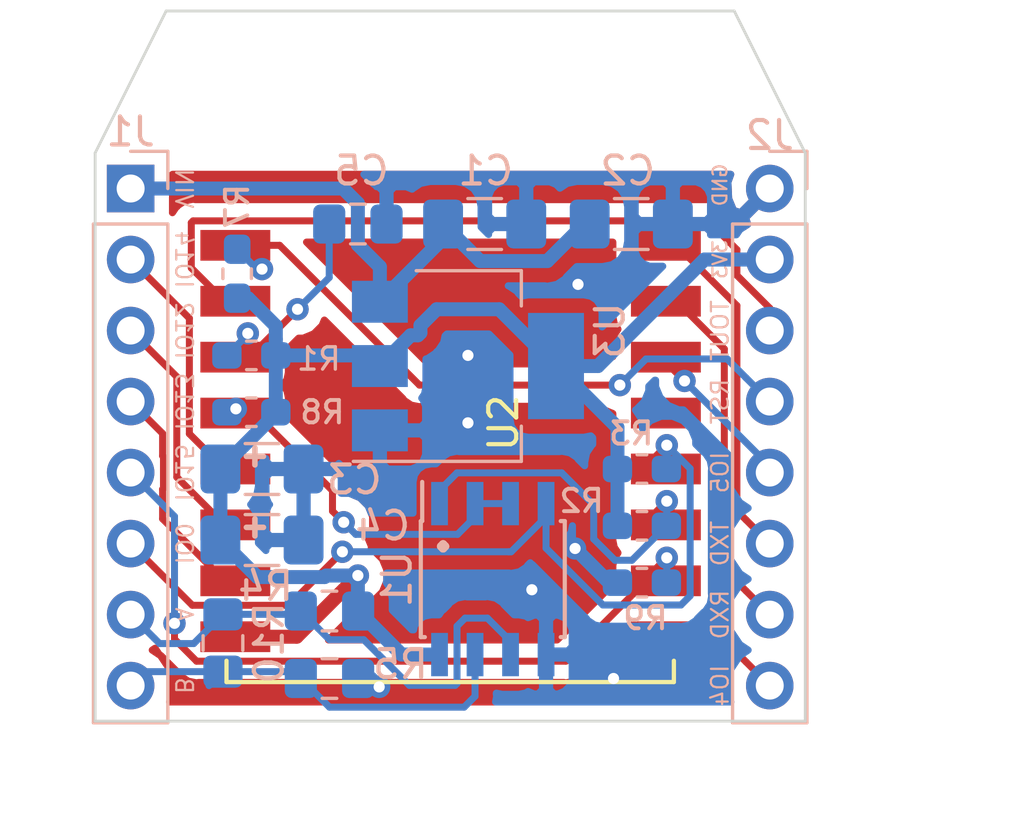
<source format=kicad_pcb>
(kicad_pcb (version 20171130) (host pcbnew 5.0.0)

  (general
    (thickness 1.6)
    (drawings 27)
    (tracks 218)
    (zones 0)
    (modules 19)
    (nets 20)
  )

  (page A4)
  (layers
    (0 F.Cu signal)
    (31 B.Cu signal)
    (32 B.Adhes user)
    (33 F.Adhes user)
    (34 B.Paste user)
    (35 F.Paste user)
    (36 B.SilkS user)
    (37 F.SilkS user)
    (38 B.Mask user)
    (39 F.Mask user)
    (40 Dwgs.User user)
    (41 Cmts.User user)
    (42 Eco1.User user)
    (43 Eco2.User user)
    (44 Edge.Cuts user)
    (45 Margin user)
    (46 B.CrtYd user)
    (47 F.CrtYd user)
    (48 B.Fab user)
    (49 F.Fab user)
  )

  (setup
    (last_trace_width 0.25)
    (trace_clearance 0.2)
    (zone_clearance 0.508)
    (zone_45_only no)
    (trace_min 0.2)
    (segment_width 0.2)
    (edge_width 0.1)
    (via_size 0.8)
    (via_drill 0.4)
    (via_min_size 0.8)
    (via_min_drill 0.3)
    (uvia_size 0.3)
    (uvia_drill 0.1)
    (uvias_allowed no)
    (uvia_min_size 0.2)
    (uvia_min_drill 0.1)
    (pcb_text_width 0.3)
    (pcb_text_size 1.5 1.5)
    (mod_edge_width 0.15)
    (mod_text_size 1 1)
    (mod_text_width 0.15)
    (pad_size 1.7 1.7)
    (pad_drill 1)
    (pad_to_mask_clearance 0)
    (aux_axis_origin 0 0)
    (visible_elements FFFFFF7F)
    (pcbplotparams
      (layerselection 0x010f0_ffffffff)
      (usegerberextensions true)
      (usegerberattributes false)
      (usegerberadvancedattributes false)
      (creategerberjobfile false)
      (excludeedgelayer true)
      (linewidth 0.100000)
      (plotframeref false)
      (viasonmask false)
      (mode 1)
      (useauxorigin false)
      (hpglpennumber 1)
      (hpglpenspeed 20)
      (hpglpendiameter 15.000000)
      (psnegative false)
      (psa4output false)
      (plotreference true)
      (plotvalue false)
      (plotinvisibletext false)
      (padsonsilk false)
      (subtractmaskfromsilk true)
      (outputformat 1)
      (mirror false)
      (drillshape 0)
      (scaleselection 1)
      (outputdirectory ""))
  )

  (net 0 "")
  (net 1 GND)
  (net 2 +3V3)
  (net 3 VCC)
  (net 4 /B)
  (net 5 /A)
  (net 6 /IO0)
  (net 7 /IO15)
  (net 8 /IO13)
  (net 9 /IO12)
  (net 10 /IO14)
  (net 11 /TOUT)
  (net 12 /RST)
  (net 13 /IO5)
  (net 14 /TXD)
  (net 15 /RXD)
  (net 16 /IO4)
  (net 17 /EN)
  (net 18 /IO16)
  (net 19 /IO2)

  (net_class Default "これはデフォルトのネット クラスです。"
    (clearance 0.2)
    (trace_width 0.25)
    (via_dia 0.8)
    (via_drill 0.4)
    (uvia_dia 0.3)
    (uvia_drill 0.1)
    (add_net /A)
    (add_net /B)
    (add_net /EN)
    (add_net /IO0)
    (add_net /IO12)
    (add_net /IO13)
    (add_net /IO14)
    (add_net /IO15)
    (add_net /IO16)
    (add_net /IO2)
    (add_net /IO4)
    (add_net /IO5)
    (add_net /RST)
    (add_net /RXD)
    (add_net /TOUT)
    (add_net /TXD)
  )

  (net_class Power ""
    (clearance 0.2)
    (trace_width 0.5)
    (via_dia 0.8)
    (via_drill 0.4)
    (uvia_dia 0.3)
    (uvia_drill 0.1)
    (add_net +3V3)
    (add_net GND)
    (add_net VCC)
  )

  (module ESP8266:ESP-12E_SMD_NO_UNUSED_PAD (layer F.Cu) (tedit 5BA2F004) (tstamp 5B941AE7)
    (at 133.985 98.552)
    (descr "Module, ESP-8266, ESP-12, 16 pad, SMD")
    (tags "Module ESP-8266 ESP8266")
    (path /5B923A7D)
    (fp_text reference U2 (at 8.89 6.35 -270) (layer F.SilkS)
      (effects (font (size 1 1) (thickness 0.15)))
    )
    (fp_text value ESP-12F (at 5.08 6.35 -270) (layer F.Fab) hide
      (effects (font (size 1 1) (thickness 0.15)))
    )
    (fp_line (start -1.008 -8.4) (end 14.992 -8.4) (layer F.Fab) (width 0.05))
    (fp_line (start -1.008 15.6) (end -1.008 -8.4) (layer F.Fab) (width 0.05))
    (fp_line (start 14.992 15.6) (end -1.008 15.6) (layer F.Fab) (width 0.05))
    (fp_line (start 15 -8.4) (end 15 15.6) (layer F.Fab) (width 0.05))
    (fp_line (start -1.008 -2.6) (end 14.992 -2.6) (layer F.CrtYd) (width 0.1524))
    (fp_text user "No Copper" (at 6.892 -5.4) (layer F.CrtYd)
      (effects (font (size 1 1) (thickness 0.15)))
    )
    (fp_line (start -1.008 -8.4) (end 14.992 -2.6) (layer F.CrtYd) (width 0.1524))
    (fp_line (start 14.992 -8.4) (end -1.008 -2.6) (layer F.CrtYd) (width 0.1524))
    (fp_line (start 14.986 15.621) (end 14.986 14.859) (layer F.SilkS) (width 0.1524))
    (fp_line (start -1.016 15.621) (end 14.986 15.621) (layer F.SilkS) (width 0.1524))
    (fp_line (start -1.016 14.859) (end -1.016 15.621) (layer F.SilkS) (width 0.1524))
    (fp_line (start -1.016 -8.382) (end -1.016 -1.016) (layer F.CrtYd) (width 0.1524))
    (fp_line (start 14.986 -8.382) (end 14.986 -0.889) (layer F.CrtYd) (width 0.1524))
    (fp_line (start -1.016 -8.382) (end 14.986 -8.382) (layer F.CrtYd) (width 0.1524))
    (fp_line (start -2.25 16) (end -2.25 -0.5) (layer F.CrtYd) (width 0.05))
    (fp_line (start 16.25 16) (end -2.25 16) (layer F.CrtYd) (width 0.05))
    (fp_line (start 16.25 -8.75) (end 16.25 16) (layer F.CrtYd) (width 0.05))
    (fp_line (start 15.25 -8.75) (end 16.25 -8.75) (layer F.CrtYd) (width 0.05))
    (fp_line (start -2.25 -8.75) (end 15.25 -8.75) (layer F.CrtYd) (width 0.05))
    (fp_line (start -2.25 -0.5) (end -2.25 -8.75) (layer F.CrtYd) (width 0.05))
    (pad 16 smd rect (at 14 0) (size 2.5 1.1) (drill (offset 0.7 0)) (layers F.Cu F.Paste F.Mask)
      (net 14 /TXD))
    (pad 15 smd rect (at 14 2) (size 2.5 1.1) (drill (offset 0.7 0)) (layers F.Cu F.Paste F.Mask)
      (net 15 /RXD))
    (pad 14 smd rect (at 14 4) (size 2.5 1.1) (drill (offset 0.7 0)) (layers F.Cu F.Paste F.Mask)
      (net 13 /IO5))
    (pad 13 smd rect (at 14 6) (size 2.5 1.1) (drill (offset 0.7 0)) (layers F.Cu F.Paste F.Mask)
      (net 16 /IO4))
    (pad 12 smd rect (at 14 8) (size 2.5 1.1) (drill (offset 0.7 0)) (layers F.Cu F.Paste F.Mask)
      (net 6 /IO0))
    (pad 11 smd rect (at 14 10) (size 2.5 1.1) (drill (offset 0.7 0)) (layers F.Cu F.Paste F.Mask)
      (net 19 /IO2))
    (pad 10 smd rect (at 14 12) (size 2.5 1.1) (drill (offset 0.7 0)) (layers F.Cu F.Paste F.Mask)
      (net 7 /IO15))
    (pad 9 smd rect (at 14 14) (size 2.5 1.1) (drill (offset 0.7 0)) (layers F.Cu F.Paste F.Mask)
      (net 1 GND))
    (pad 8 smd rect (at 0 14) (size 2.5 1.1) (drill (offset -0.7 0)) (layers F.Cu F.Paste F.Mask)
      (net 2 +3V3))
    (pad 7 smd rect (at 0 12) (size 2.5 1.1) (drill (offset -0.7 0)) (layers F.Cu F.Paste F.Mask)
      (net 8 /IO13))
    (pad 6 smd rect (at 0 10) (size 2.5 1.1) (drill (offset -0.7 0)) (layers F.Cu F.Paste F.Mask)
      (net 9 /IO12))
    (pad 5 smd rect (at 0 8) (size 2.5 1.1) (drill (offset -0.7 0)) (layers F.Cu F.Paste F.Mask)
      (net 10 /IO14))
    (pad 4 smd rect (at 0 6) (size 2.5 1.1) (drill (offset -0.7 0)) (layers F.Cu F.Paste F.Mask)
      (net 18 /IO16))
    (pad 3 smd rect (at 0 4) (size 2.5 1.1) (drill (offset -0.7 0)) (layers F.Cu F.Paste F.Mask)
      (net 17 /EN))
    (pad 2 smd rect (at 0 2) (size 2.5 1.1) (drill (offset -0.7 0)) (layers F.Cu F.Paste F.Mask)
      (net 11 /TOUT))
    (pad 1 smd rect (at 0 0) (size 2.5 1.1) (drill (offset -0.7 0)) (layers F.Cu F.Paste F.Mask)
      (net 12 /RST))
    (model ${ESPLIB}/ESP8266.3dshapes/ESP-12.wrl
      (at (xyz 0 0 0))
      (scale (xyz 0.3937 0.3937 0.3937))
      (rotate (xyz 0 0 0))
    )
  )

  (module Resistor_SMD:R_0805_2012Metric_Pad1.15x1.40mm_HandSolder (layer B.Cu) (tedit 5B36C52B) (tstamp 5B962C33)
    (at 136.652 111.633 180)
    (descr "Resistor SMD 0805 (2012 Metric), square (rectangular) end terminal, IPC_7351 nominal with elongated pad for handsoldering. (Body size source: https://docs.google.com/spreadsheets/d/1BsfQQcO9C6DZCsRaXUlFlo91Tg2WpOkGARC1WS5S8t0/edit?usp=sharing), generated with kicad-footprint-generator")
    (tags "resistor handsolder")
    (path /5B9244E1)
    (attr smd)
    (fp_text reference R4 (at 2.286 0.889 180) (layer B.SilkS)
      (effects (font (size 1 1) (thickness 0.15)) (justify mirror))
    )
    (fp_text value 20K (at 0 -1.65 180) (layer B.Fab)
      (effects (font (size 1 1) (thickness 0.15)) (justify mirror))
    )
    (fp_text user %R (at 0 0 180) (layer B.Fab)
      (effects (font (size 0.5 0.5) (thickness 0.08)) (justify mirror))
    )
    (fp_line (start 1.85 -0.95) (end -1.85 -0.95) (layer B.CrtYd) (width 0.05))
    (fp_line (start 1.85 0.95) (end 1.85 -0.95) (layer B.CrtYd) (width 0.05))
    (fp_line (start -1.85 0.95) (end 1.85 0.95) (layer B.CrtYd) (width 0.05))
    (fp_line (start -1.85 -0.95) (end -1.85 0.95) (layer B.CrtYd) (width 0.05))
    (fp_line (start -0.261252 -0.71) (end 0.261252 -0.71) (layer B.SilkS) (width 0.12))
    (fp_line (start -0.261252 0.71) (end 0.261252 0.71) (layer B.SilkS) (width 0.12))
    (fp_line (start 1 -0.6) (end -1 -0.6) (layer B.Fab) (width 0.1))
    (fp_line (start 1 0.6) (end 1 -0.6) (layer B.Fab) (width 0.1))
    (fp_line (start -1 0.6) (end 1 0.6) (layer B.Fab) (width 0.1))
    (fp_line (start -1 -0.6) (end -1 0.6) (layer B.Fab) (width 0.1))
    (pad 2 smd roundrect (at 1.025 0 180) (size 1.15 1.4) (layers B.Cu B.Paste B.Mask) (roundrect_rratio 0.217391)
      (net 5 /A))
    (pad 1 smd roundrect (at -1.025 0 180) (size 1.15 1.4) (layers B.Cu B.Paste B.Mask) (roundrect_rratio 0.217391)
      (net 2 +3V3))
    (model ${KISYS3DMOD}/Resistor_SMD.3dshapes/R_0805_2012Metric.wrl
      (at (xyz 0 0 0))
      (scale (xyz 1 1 1))
      (rotate (xyz 0 0 0))
    )
  )

  (module Resistor_SMD:R_0805_2012Metric_Pad1.15x1.40mm_HandSolder (layer B.Cu) (tedit 5B36C52B) (tstamp 5B962C43)
    (at 136.652 114.046)
    (descr "Resistor SMD 0805 (2012 Metric), square (rectangular) end terminal, IPC_7351 nominal with elongated pad for handsoldering. (Body size source: https://docs.google.com/spreadsheets/d/1BsfQQcO9C6DZCsRaXUlFlo91Tg2WpOkGARC1WS5S8t0/edit?usp=sharing), generated with kicad-footprint-generator")
    (tags "resistor handsolder")
    (path /5B9244E7)
    (attr smd)
    (fp_text reference R5 (at 2.54 -0.508) (layer B.SilkS)
      (effects (font (size 1 1) (thickness 0.15)) (justify mirror))
    )
    (fp_text value 20K (at 0 -1.65) (layer B.Fab)
      (effects (font (size 1 1) (thickness 0.15)) (justify mirror))
    )
    (fp_line (start -1 -0.6) (end -1 0.6) (layer B.Fab) (width 0.1))
    (fp_line (start -1 0.6) (end 1 0.6) (layer B.Fab) (width 0.1))
    (fp_line (start 1 0.6) (end 1 -0.6) (layer B.Fab) (width 0.1))
    (fp_line (start 1 -0.6) (end -1 -0.6) (layer B.Fab) (width 0.1))
    (fp_line (start -0.261252 0.71) (end 0.261252 0.71) (layer B.SilkS) (width 0.12))
    (fp_line (start -0.261252 -0.71) (end 0.261252 -0.71) (layer B.SilkS) (width 0.12))
    (fp_line (start -1.85 -0.95) (end -1.85 0.95) (layer B.CrtYd) (width 0.05))
    (fp_line (start -1.85 0.95) (end 1.85 0.95) (layer B.CrtYd) (width 0.05))
    (fp_line (start 1.85 0.95) (end 1.85 -0.95) (layer B.CrtYd) (width 0.05))
    (fp_line (start 1.85 -0.95) (end -1.85 -0.95) (layer B.CrtYd) (width 0.05))
    (fp_text user %R (at 0 0) (layer B.Fab)
      (effects (font (size 0.5 0.5) (thickness 0.08)) (justify mirror))
    )
    (pad 1 smd roundrect (at -1.025 0) (size 1.15 1.4) (layers B.Cu B.Paste B.Mask) (roundrect_rratio 0.217391)
      (net 4 /B))
    (pad 2 smd roundrect (at 1.025 0) (size 1.15 1.4) (layers B.Cu B.Paste B.Mask) (roundrect_rratio 0.217391)
      (net 1 GND))
    (model ${KISYS3DMOD}/Resistor_SMD.3dshapes/R_0805_2012Metric.wrl
      (at (xyz 0 0 0))
      (scale (xyz 1 1 1))
      (rotate (xyz 0 0 0))
    )
  )

  (module Package_SO:SOIC-8_3.9x4.9mm_P1.27mm (layer B.Cu) (tedit 5A02F2D3) (tstamp 5B97DB32)
    (at 142.494 110.49 270)
    (descr "8-Lead Plastic Small Outline (SN) - Narrow, 3.90 mm Body [SOIC] (see Microchip Packaging Specification 00000049BS.pdf)")
    (tags "SOIC 1.27")
    (path /5B923B04)
    (attr smd)
    (fp_text reference U1 (at 0 3.429 270) (layer B.SilkS)
      (effects (font (size 1 1) (thickness 0.15)) (justify mirror))
    )
    (fp_text value MAX3485 (at 0 -3.5 270) (layer B.Fab)
      (effects (font (size 1 1) (thickness 0.15)) (justify mirror))
    )
    (fp_text user %R (at 0 0 270) (layer B.Fab)
      (effects (font (size 1 1) (thickness 0.15)) (justify mirror))
    )
    (fp_line (start -0.95 2.45) (end 1.95 2.45) (layer B.Fab) (width 0.1))
    (fp_line (start 1.95 2.45) (end 1.95 -2.45) (layer B.Fab) (width 0.1))
    (fp_line (start 1.95 -2.45) (end -1.95 -2.45) (layer B.Fab) (width 0.1))
    (fp_line (start -1.95 -2.45) (end -1.95 1.45) (layer B.Fab) (width 0.1))
    (fp_line (start -1.95 1.45) (end -0.95 2.45) (layer B.Fab) (width 0.1))
    (fp_line (start -3.73 2.7) (end -3.73 -2.7) (layer B.CrtYd) (width 0.05))
    (fp_line (start 3.73 2.7) (end 3.73 -2.7) (layer B.CrtYd) (width 0.05))
    (fp_line (start -3.73 2.7) (end 3.73 2.7) (layer B.CrtYd) (width 0.05))
    (fp_line (start -3.73 -2.7) (end 3.73 -2.7) (layer B.CrtYd) (width 0.05))
    (fp_line (start -2.075 2.575) (end -2.075 2.525) (layer B.SilkS) (width 0.15))
    (fp_line (start 2.075 2.575) (end 2.075 2.43) (layer B.SilkS) (width 0.15))
    (fp_line (start 2.075 -2.575) (end 2.075 -2.43) (layer B.SilkS) (width 0.15))
    (fp_line (start -2.075 -2.575) (end -2.075 -2.43) (layer B.SilkS) (width 0.15))
    (fp_line (start -2.075 2.575) (end 2.075 2.575) (layer B.SilkS) (width 0.15))
    (fp_line (start -2.075 -2.575) (end 2.075 -2.575) (layer B.SilkS) (width 0.15))
    (fp_line (start -2.075 2.525) (end -3.475 2.525) (layer B.SilkS) (width 0.15))
    (pad 1 smd rect (at -2.7 1.905 270) (size 1.55 0.6) (layers B.Cu B.Paste B.Mask)
      (net 19 /IO2))
    (pad 2 smd rect (at -2.7 0.635 270) (size 1.55 0.6) (layers B.Cu B.Paste B.Mask)
      (net 18 /IO16))
    (pad 3 smd rect (at -2.7 -0.635 270) (size 1.55 0.6) (layers B.Cu B.Paste B.Mask)
      (net 18 /IO16))
    (pad 4 smd rect (at -2.7 -1.905 270) (size 1.55 0.6) (layers B.Cu B.Paste B.Mask)
      (net 6 /IO0))
    (pad 5 smd rect (at 2.7 -1.905 270) (size 1.55 0.6) (layers B.Cu B.Paste B.Mask)
      (net 1 GND))
    (pad 6 smd rect (at 2.7 -0.635 270) (size 1.55 0.6) (layers B.Cu B.Paste B.Mask)
      (net 5 /A))
    (pad 7 smd rect (at 2.7 0.635 270) (size 1.55 0.6) (layers B.Cu B.Paste B.Mask)
      (net 4 /B))
    (pad 8 smd rect (at 2.7 1.905 270) (size 1.55 0.6) (layers B.Cu B.Paste B.Mask)
      (net 2 +3V3))
    (model ${KISYS3DMOD}/Package_SO.3dshapes/SOIC-8_3.9x4.9mm_P1.27mm.wrl
      (at (xyz 0 0 0))
      (scale (xyz 1 1 1))
      (rotate (xyz 0 0 0))
    )
  )

  (module Capacitor_SMD:C_1206_3216Metric_Pad1.42x1.75mm_HandSolder (layer B.Cu) (tedit 5B301BBE) (tstamp 5B9F2169)
    (at 142.2035 97.79)
    (descr "Capacitor SMD 1206 (3216 Metric), square (rectangular) end terminal, IPC_7351 nominal with elongated pad for handsoldering. (Body size source: http://www.tortai-tech.com/upload/download/2011102023233369053.pdf), generated with kicad-footprint-generator")
    (tags "capacitor handsolder")
    (path /5BA86A4D)
    (attr smd)
    (fp_text reference C1 (at 0.0365 -1.905) (layer B.SilkS)
      (effects (font (size 1 1) (thickness 0.15)) (justify mirror))
    )
    (fp_text value C (at 0 -1.82) (layer B.Fab)
      (effects (font (size 1 1) (thickness 0.15)) (justify mirror))
    )
    (fp_line (start -1.6 -0.8) (end -1.6 0.8) (layer B.Fab) (width 0.1))
    (fp_line (start -1.6 0.8) (end 1.6 0.8) (layer B.Fab) (width 0.1))
    (fp_line (start 1.6 0.8) (end 1.6 -0.8) (layer B.Fab) (width 0.1))
    (fp_line (start 1.6 -0.8) (end -1.6 -0.8) (layer B.Fab) (width 0.1))
    (fp_line (start -0.602064 0.91) (end 0.602064 0.91) (layer B.SilkS) (width 0.12))
    (fp_line (start -0.602064 -0.91) (end 0.602064 -0.91) (layer B.SilkS) (width 0.12))
    (fp_line (start -2.45 -1.12) (end -2.45 1.12) (layer B.CrtYd) (width 0.05))
    (fp_line (start -2.45 1.12) (end 2.45 1.12) (layer B.CrtYd) (width 0.05))
    (fp_line (start 2.45 1.12) (end 2.45 -1.12) (layer B.CrtYd) (width 0.05))
    (fp_line (start 2.45 -1.12) (end -2.45 -1.12) (layer B.CrtYd) (width 0.05))
    (fp_text user %R (at 0 0) (layer B.Fab)
      (effects (font (size 0.8 0.8) (thickness 0.12)) (justify mirror))
    )
    (pad 1 smd roundrect (at -1.4875 0) (size 1.425 1.75) (layers B.Cu B.Paste B.Mask) (roundrect_rratio 0.175439)
      (net 3 VCC))
    (pad 2 smd roundrect (at 1.4875 0) (size 1.425 1.75) (layers B.Cu B.Paste B.Mask) (roundrect_rratio 0.175439)
      (net 1 GND))
    (model ${KISYS3DMOD}/Capacitor_SMD.3dshapes/C_1206_3216Metric.wrl
      (at (xyz 0 0 0))
      (scale (xyz 1 1 1))
      (rotate (xyz 0 0 0))
    )
  )

  (module Capacitor_SMD:C_1206_3216Metric_Pad1.42x1.75mm_HandSolder (layer B.Cu) (tedit 5B301BBE) (tstamp 5B9F217A)
    (at 147.447 97.79)
    (descr "Capacitor SMD 1206 (3216 Metric), square (rectangular) end terminal, IPC_7351 nominal with elongated pad for handsoldering. (Body size source: http://www.tortai-tech.com/upload/download/2011102023233369053.pdf), generated with kicad-footprint-generator")
    (tags "capacitor handsolder")
    (path /5BA86B48)
    (attr smd)
    (fp_text reference C2 (at -0.127 -1.905) (layer B.SilkS)
      (effects (font (size 1 1) (thickness 0.15)) (justify mirror))
    )
    (fp_text value C (at 0 -1.82) (layer B.Fab)
      (effects (font (size 1 1) (thickness 0.15)) (justify mirror))
    )
    (fp_text user %R (at 0 0) (layer B.Fab)
      (effects (font (size 0.8 0.8) (thickness 0.12)) (justify mirror))
    )
    (fp_line (start 2.45 -1.12) (end -2.45 -1.12) (layer B.CrtYd) (width 0.05))
    (fp_line (start 2.45 1.12) (end 2.45 -1.12) (layer B.CrtYd) (width 0.05))
    (fp_line (start -2.45 1.12) (end 2.45 1.12) (layer B.CrtYd) (width 0.05))
    (fp_line (start -2.45 -1.12) (end -2.45 1.12) (layer B.CrtYd) (width 0.05))
    (fp_line (start -0.602064 -0.91) (end 0.602064 -0.91) (layer B.SilkS) (width 0.12))
    (fp_line (start -0.602064 0.91) (end 0.602064 0.91) (layer B.SilkS) (width 0.12))
    (fp_line (start 1.6 -0.8) (end -1.6 -0.8) (layer B.Fab) (width 0.1))
    (fp_line (start 1.6 0.8) (end 1.6 -0.8) (layer B.Fab) (width 0.1))
    (fp_line (start -1.6 0.8) (end 1.6 0.8) (layer B.Fab) (width 0.1))
    (fp_line (start -1.6 -0.8) (end -1.6 0.8) (layer B.Fab) (width 0.1))
    (pad 2 smd roundrect (at 1.4875 0) (size 1.425 1.75) (layers B.Cu B.Paste B.Mask) (roundrect_rratio 0.175439)
      (net 1 GND))
    (pad 1 smd roundrect (at -1.4875 0) (size 1.425 1.75) (layers B.Cu B.Paste B.Mask) (roundrect_rratio 0.175439)
      (net 3 VCC))
    (model ${KISYS3DMOD}/Capacitor_SMD.3dshapes/C_1206_3216Metric.wrl
      (at (xyz 0 0 0))
      (scale (xyz 1 1 1))
      (rotate (xyz 0 0 0))
    )
  )

  (module Capacitor_SMD:C_1206_3216Metric_Pad1.42x1.75mm_HandSolder (layer B.Cu) (tedit 5B301BBE) (tstamp 5B9F218B)
    (at 134.239 106.553)
    (descr "Capacitor SMD 1206 (3216 Metric), square (rectangular) end terminal, IPC_7351 nominal with elongated pad for handsoldering. (Body size source: http://www.tortai-tech.com/upload/download/2011102023233369053.pdf), generated with kicad-footprint-generator")
    (tags "capacitor handsolder")
    (path /5BA86C88)
    (attr smd)
    (fp_text reference C3 (at 3.302 0.381) (layer B.SilkS)
      (effects (font (size 1 1) (thickness 0.15)) (justify mirror))
    )
    (fp_text value C (at 0 -1.82) (layer B.Fab)
      (effects (font (size 1 1) (thickness 0.15)) (justify mirror))
    )
    (fp_line (start -1.6 -0.8) (end -1.6 0.8) (layer B.Fab) (width 0.1))
    (fp_line (start -1.6 0.8) (end 1.6 0.8) (layer B.Fab) (width 0.1))
    (fp_line (start 1.6 0.8) (end 1.6 -0.8) (layer B.Fab) (width 0.1))
    (fp_line (start 1.6 -0.8) (end -1.6 -0.8) (layer B.Fab) (width 0.1))
    (fp_line (start -0.602064 0.91) (end 0.602064 0.91) (layer B.SilkS) (width 0.12))
    (fp_line (start -0.602064 -0.91) (end 0.602064 -0.91) (layer B.SilkS) (width 0.12))
    (fp_line (start -2.45 -1.12) (end -2.45 1.12) (layer B.CrtYd) (width 0.05))
    (fp_line (start -2.45 1.12) (end 2.45 1.12) (layer B.CrtYd) (width 0.05))
    (fp_line (start 2.45 1.12) (end 2.45 -1.12) (layer B.CrtYd) (width 0.05))
    (fp_line (start 2.45 -1.12) (end -2.45 -1.12) (layer B.CrtYd) (width 0.05))
    (fp_text user %R (at 0 0) (layer B.Fab)
      (effects (font (size 0.8 0.8) (thickness 0.12)) (justify mirror))
    )
    (pad 1 smd roundrect (at -1.4875 0) (size 1.425 1.75) (layers B.Cu B.Paste B.Mask) (roundrect_rratio 0.175439)
      (net 2 +3V3))
    (pad 2 smd roundrect (at 1.4875 0) (size 1.425 1.75) (layers B.Cu B.Paste B.Mask) (roundrect_rratio 0.175439)
      (net 1 GND))
    (model ${KISYS3DMOD}/Capacitor_SMD.3dshapes/C_1206_3216Metric.wrl
      (at (xyz 0 0 0))
      (scale (xyz 1 1 1))
      (rotate (xyz 0 0 0))
    )
  )

  (module Capacitor_SMD:C_1206_3216Metric_Pad1.42x1.75mm_HandSolder (layer B.Cu) (tedit 5B301BBE) (tstamp 5B9F219C)
    (at 134.239 109.093)
    (descr "Capacitor SMD 1206 (3216 Metric), square (rectangular) end terminal, IPC_7351 nominal with elongated pad for handsoldering. (Body size source: http://www.tortai-tech.com/upload/download/2011102023233369053.pdf), generated with kicad-footprint-generator")
    (tags "capacitor handsolder")
    (path /5BA86D43)
    (attr smd)
    (fp_text reference C4 (at 4.318 -0.508) (layer B.SilkS)
      (effects (font (size 1 1) (thickness 0.15)) (justify mirror))
    )
    (fp_text value C (at 0 -1.82) (layer B.Fab)
      (effects (font (size 1 1) (thickness 0.15)) (justify mirror))
    )
    (fp_text user %R (at 0 0) (layer B.Fab)
      (effects (font (size 0.8 0.8) (thickness 0.12)) (justify mirror))
    )
    (fp_line (start 2.45 -1.12) (end -2.45 -1.12) (layer B.CrtYd) (width 0.05))
    (fp_line (start 2.45 1.12) (end 2.45 -1.12) (layer B.CrtYd) (width 0.05))
    (fp_line (start -2.45 1.12) (end 2.45 1.12) (layer B.CrtYd) (width 0.05))
    (fp_line (start -2.45 -1.12) (end -2.45 1.12) (layer B.CrtYd) (width 0.05))
    (fp_line (start -0.602064 -0.91) (end 0.602064 -0.91) (layer B.SilkS) (width 0.12))
    (fp_line (start -0.602064 0.91) (end 0.602064 0.91) (layer B.SilkS) (width 0.12))
    (fp_line (start 1.6 -0.8) (end -1.6 -0.8) (layer B.Fab) (width 0.1))
    (fp_line (start 1.6 0.8) (end 1.6 -0.8) (layer B.Fab) (width 0.1))
    (fp_line (start -1.6 0.8) (end 1.6 0.8) (layer B.Fab) (width 0.1))
    (fp_line (start -1.6 -0.8) (end -1.6 0.8) (layer B.Fab) (width 0.1))
    (pad 2 smd roundrect (at 1.4875 0) (size 1.425 1.75) (layers B.Cu B.Paste B.Mask) (roundrect_rratio 0.175439)
      (net 1 GND))
    (pad 1 smd roundrect (at -1.4875 0) (size 1.425 1.75) (layers B.Cu B.Paste B.Mask) (roundrect_rratio 0.175439)
      (net 2 +3V3))
    (model ${KISYS3DMOD}/Capacitor_SMD.3dshapes/C_1206_3216Metric.wrl
      (at (xyz 0 0 0))
      (scale (xyz 1 1 1))
      (rotate (xyz 0 0 0))
    )
  )

  (module Package_TO_SOT_SMD:SOT-223-3_TabPin2 (layer B.Cu) (tedit 5A02FF57) (tstamp 5B9F21B2)
    (at 141.605 102.87)
    (descr "module CMS SOT223 4 pins")
    (tags "CMS SOT")
    (path /5BA6808A)
    (attr smd)
    (fp_text reference U3 (at 5.08 -1.27 -90) (layer B.SilkS)
      (effects (font (size 1 1) (thickness 0.15)) (justify mirror))
    )
    (fp_text value AMS1117-3.3 (at 0 -4.5) (layer B.Fab)
      (effects (font (size 1 1) (thickness 0.15)) (justify mirror))
    )
    (fp_text user %R (at -0.635 0.127 -90) (layer B.Fab)
      (effects (font (size 0.8 0.8) (thickness 0.12)) (justify mirror))
    )
    (fp_line (start 1.91 -3.41) (end 1.91 -2.15) (layer B.SilkS) (width 0.12))
    (fp_line (start 1.91 3.41) (end 1.91 2.15) (layer B.SilkS) (width 0.12))
    (fp_line (start 4.4 3.6) (end -4.4 3.6) (layer B.CrtYd) (width 0.05))
    (fp_line (start 4.4 -3.6) (end 4.4 3.6) (layer B.CrtYd) (width 0.05))
    (fp_line (start -4.4 -3.6) (end 4.4 -3.6) (layer B.CrtYd) (width 0.05))
    (fp_line (start -4.4 3.6) (end -4.4 -3.6) (layer B.CrtYd) (width 0.05))
    (fp_line (start -1.85 2.35) (end -0.85 3.35) (layer B.Fab) (width 0.1))
    (fp_line (start -1.85 2.35) (end -1.85 -3.35) (layer B.Fab) (width 0.1))
    (fp_line (start -1.85 -3.41) (end 1.91 -3.41) (layer B.SilkS) (width 0.12))
    (fp_line (start -0.85 3.35) (end 1.85 3.35) (layer B.Fab) (width 0.1))
    (fp_line (start -4.1 3.41) (end 1.91 3.41) (layer B.SilkS) (width 0.12))
    (fp_line (start -1.85 -3.35) (end 1.85 -3.35) (layer B.Fab) (width 0.1))
    (fp_line (start 1.85 3.35) (end 1.85 -3.35) (layer B.Fab) (width 0.1))
    (pad 2 smd rect (at 3.15 0) (size 2 3.8) (layers B.Cu B.Paste B.Mask)
      (net 2 +3V3))
    (pad 2 smd rect (at -3.15 0) (size 2 1.5) (layers B.Cu B.Paste B.Mask)
      (net 2 +3V3))
    (pad 3 smd rect (at -3.15 -2.3) (size 2 1.5) (layers B.Cu B.Paste B.Mask)
      (net 3 VCC))
    (pad 1 smd rect (at -3.15 2.3) (size 2 1.5) (layers B.Cu B.Paste B.Mask)
      (net 1 GND))
    (model ${KISYS3DMOD}/Package_TO_SOT_SMD.3dshapes/SOT-223.wrl
      (at (xyz 0 0 0))
      (scale (xyz 1 1 1))
      (rotate (xyz 0 0 0))
    )
  )

  (module Connector_PinHeader_2.54mm:PinHeader_1x08_P2.54mm_Vertical (layer B.Cu) (tedit 59FED5CC) (tstamp 5B9E322A)
    (at 129.54 96.52 180)
    (descr "Through hole straight pin header, 1x08, 2.54mm pitch, single row")
    (tags "Through hole pin header THT 1x08 2.54mm single row")
    (path /5B94B3AE)
    (fp_text reference J1 (at 0 2.032 180) (layer B.SilkS)
      (effects (font (size 1 1) (thickness 0.15)) (justify mirror))
    )
    (fp_text value Conn_01x08 (at 0 -20.11 180) (layer B.Fab)
      (effects (font (size 1 1) (thickness 0.15)) (justify mirror))
    )
    (fp_text user %R (at 0 -8.89 90) (layer B.Fab)
      (effects (font (size 1 1) (thickness 0.15)) (justify mirror))
    )
    (fp_line (start 1.8 1.8) (end -1.8 1.8) (layer B.CrtYd) (width 0.05))
    (fp_line (start 1.8 -19.55) (end 1.8 1.8) (layer B.CrtYd) (width 0.05))
    (fp_line (start -1.8 -19.55) (end 1.8 -19.55) (layer B.CrtYd) (width 0.05))
    (fp_line (start -1.8 1.8) (end -1.8 -19.55) (layer B.CrtYd) (width 0.05))
    (fp_line (start -1.33 1.33) (end 0 1.33) (layer B.SilkS) (width 0.12))
    (fp_line (start -1.33 0) (end -1.33 1.33) (layer B.SilkS) (width 0.12))
    (fp_line (start -1.33 -1.27) (end 1.33 -1.27) (layer B.SilkS) (width 0.12))
    (fp_line (start 1.33 -1.27) (end 1.33 -19.11) (layer B.SilkS) (width 0.12))
    (fp_line (start -1.33 -1.27) (end -1.33 -19.11) (layer B.SilkS) (width 0.12))
    (fp_line (start -1.33 -19.11) (end 1.33 -19.11) (layer B.SilkS) (width 0.12))
    (fp_line (start -1.27 0.635) (end -0.635 1.27) (layer B.Fab) (width 0.1))
    (fp_line (start -1.27 -19.05) (end -1.27 0.635) (layer B.Fab) (width 0.1))
    (fp_line (start 1.27 -19.05) (end -1.27 -19.05) (layer B.Fab) (width 0.1))
    (fp_line (start 1.27 1.27) (end 1.27 -19.05) (layer B.Fab) (width 0.1))
    (fp_line (start -0.635 1.27) (end 1.27 1.27) (layer B.Fab) (width 0.1))
    (pad 8 thru_hole oval (at 0 -17.78 180) (size 1.7 1.7) (drill 1) (layers *.Cu *.Mask)
      (net 4 /B))
    (pad 7 thru_hole oval (at 0 -15.24 180) (size 1.7 1.7) (drill 1) (layers *.Cu *.Mask)
      (net 5 /A))
    (pad 6 thru_hole oval (at 0 -12.7 180) (size 1.7 1.7) (drill 1) (layers *.Cu *.Mask)
      (net 6 /IO0))
    (pad 5 thru_hole oval (at 0 -10.16 180) (size 1.7 1.7) (drill 1) (layers *.Cu *.Mask)
      (net 7 /IO15))
    (pad 4 thru_hole oval (at 0 -7.62 180) (size 1.7 1.7) (drill 1) (layers *.Cu *.Mask)
      (net 8 /IO13))
    (pad 3 thru_hole oval (at 0 -5.08 180) (size 1.7 1.7) (drill 1) (layers *.Cu *.Mask)
      (net 9 /IO12))
    (pad 2 thru_hole oval (at 0 -2.54 180) (size 1.7 1.7) (drill 1) (layers *.Cu *.Mask)
      (net 10 /IO14))
    (pad 1 thru_hole rect (at 0 0 180) (size 1.7 1.7) (drill 1) (layers *.Cu *.Mask)
      (net 3 VCC))
    (model ${KISYS3DMOD}/Connector_PinHeader_2.54mm.3dshapes/PinHeader_1x08_P2.54mm_Vertical.wrl
      (at (xyz 0 0 0))
      (scale (xyz 1 1 1))
      (rotate (xyz 0 0 0))
    )
  )

  (module Connector_PinHeader_2.54mm:PinHeader_1x08_P2.54mm_Vertical (layer B.Cu) (tedit 5B9D5743) (tstamp 5B9E3245)
    (at 152.4 96.52 180)
    (descr "Through hole straight pin header, 1x08, 2.54mm pitch, single row")
    (tags "Through hole pin header THT 1x08 2.54mm single row")
    (path /5B94E662)
    (fp_text reference J2 (at 0 1.905 180) (layer B.SilkS)
      (effects (font (size 1 1) (thickness 0.15)) (justify mirror))
    )
    (fp_text value Conn_01x08 (at 0 -20.11 180) (layer B.Fab)
      (effects (font (size 1 1) (thickness 0.15)) (justify mirror))
    )
    (fp_line (start -0.635 1.27) (end 1.27 1.27) (layer B.Fab) (width 0.1))
    (fp_line (start 1.27 1.27) (end 1.27 -19.05) (layer B.Fab) (width 0.1))
    (fp_line (start 1.27 -19.05) (end -1.27 -19.05) (layer B.Fab) (width 0.1))
    (fp_line (start -1.27 -19.05) (end -1.27 0.635) (layer B.Fab) (width 0.1))
    (fp_line (start -1.27 0.635) (end -0.635 1.27) (layer B.Fab) (width 0.1))
    (fp_line (start -1.33 -19.11) (end 1.33 -19.11) (layer B.SilkS) (width 0.12))
    (fp_line (start -1.33 -1.27) (end -1.33 -19.11) (layer B.SilkS) (width 0.12))
    (fp_line (start 1.33 -1.27) (end 1.33 -19.11) (layer B.SilkS) (width 0.12))
    (fp_line (start -1.33 -1.27) (end 1.33 -1.27) (layer B.SilkS) (width 0.12))
    (fp_line (start -1.33 0) (end -1.33 1.33) (layer B.SilkS) (width 0.12))
    (fp_line (start -1.33 1.33) (end 0 1.33) (layer B.SilkS) (width 0.12))
    (fp_line (start -1.8 1.8) (end -1.8 -19.55) (layer B.CrtYd) (width 0.05))
    (fp_line (start -1.8 -19.55) (end 1.8 -19.55) (layer B.CrtYd) (width 0.05))
    (fp_line (start 1.8 -19.55) (end 1.8 1.8) (layer B.CrtYd) (width 0.05))
    (fp_line (start 1.8 1.8) (end -1.8 1.8) (layer B.CrtYd) (width 0.05))
    (fp_text user %R (at 0 -8.89 90) (layer B.Fab)
      (effects (font (size 1 1) (thickness 0.15)) (justify mirror))
    )
    (pad 1 thru_hole circle (at 0 0 180) (size 1.7 1.7) (drill 1) (layers *.Cu *.Mask)
      (net 1 GND))
    (pad 2 thru_hole oval (at 0 -2.54 180) (size 1.7 1.7) (drill 1) (layers *.Cu *.Mask)
      (net 2 +3V3))
    (pad 3 thru_hole oval (at 0 -5.08 180) (size 1.7 1.7) (drill 1) (layers *.Cu *.Mask)
      (net 11 /TOUT))
    (pad 4 thru_hole oval (at 0 -7.62 180) (size 1.7 1.7) (drill 1) (layers *.Cu *.Mask)
      (net 12 /RST))
    (pad 5 thru_hole oval (at 0 -10.16 180) (size 1.7 1.7) (drill 1) (layers *.Cu *.Mask)
      (net 13 /IO5))
    (pad 6 thru_hole oval (at 0 -12.7 180) (size 1.7 1.7) (drill 1) (layers *.Cu *.Mask)
      (net 14 /TXD))
    (pad 7 thru_hole oval (at 0 -15.24 180) (size 1.7 1.7) (drill 1) (layers *.Cu *.Mask)
      (net 15 /RXD))
    (pad 8 thru_hole oval (at 0 -17.78 180) (size 1.7 1.7) (drill 1) (layers *.Cu *.Mask)
      (net 16 /IO4))
    (model ${KISYS3DMOD}/Connector_PinHeader_2.54mm.3dshapes/PinHeader_1x08_P2.54mm_Vertical.wrl
      (at (xyz 0 0 0))
      (scale (xyz 1 1 1))
      (rotate (xyz 0 0 0))
    )
  )

  (module Resistor_SMD:R_0603_1608Metric_Pad1.05x0.95mm_HandSolder (layer B.Cu) (tedit 5BA6EA66) (tstamp 5BA2C99E)
    (at 133.858 102.489)
    (descr "Resistor SMD 0603 (1608 Metric), square (rectangular) end terminal, IPC_7351 nominal with elongated pad for handsoldering. (Body size source: http://www.tortai-tech.com/upload/download/2011102023233369053.pdf), generated with kicad-footprint-generator")
    (tags "resistor handsolder")
    (path /5B923C52)
    (attr smd)
    (fp_text reference R1 (at 2.413 0.127) (layer B.SilkS)
      (effects (font (size 0.8 0.8) (thickness 0.12)) (justify mirror))
    )
    (fp_text value 10K (at 0 -1.43) (layer B.Fab)
      (effects (font (size 1 1) (thickness 0.15)) (justify mirror))
    )
    (fp_line (start -0.8 -0.4) (end -0.8 0.4) (layer B.Fab) (width 0.1))
    (fp_line (start -0.8 0.4) (end 0.8 0.4) (layer B.Fab) (width 0.1))
    (fp_line (start 0.8 0.4) (end 0.8 -0.4) (layer B.Fab) (width 0.1))
    (fp_line (start 0.8 -0.4) (end -0.8 -0.4) (layer B.Fab) (width 0.1))
    (fp_line (start -0.171267 0.51) (end 0.171267 0.51) (layer B.SilkS) (width 0.12))
    (fp_line (start -0.171267 -0.51) (end 0.171267 -0.51) (layer B.SilkS) (width 0.12))
    (fp_line (start -1.65 -0.73) (end -1.65 0.73) (layer B.CrtYd) (width 0.05))
    (fp_line (start -1.65 0.73) (end 1.65 0.73) (layer B.CrtYd) (width 0.05))
    (fp_line (start 1.65 0.73) (end 1.65 -0.73) (layer B.CrtYd) (width 0.05))
    (fp_line (start 1.65 -0.73) (end -1.65 -0.73) (layer B.CrtYd) (width 0.05))
    (fp_text user %R (at 0 0) (layer B.Fab)
      (effects (font (size 0.4 0.4) (thickness 0.06)) (justify mirror))
    )
    (pad 1 smd roundrect (at -0.875 0) (size 1.05 0.95) (layers B.Cu B.Paste B.Mask) (roundrect_rratio 0.25)
      (net 17 /EN))
    (pad 2 smd roundrect (at 0.875 0) (size 1.05 0.95) (layers B.Cu B.Paste B.Mask) (roundrect_rratio 0.25)
      (net 2 +3V3))
    (model ${KISYS3DMOD}/Resistor_SMD.3dshapes/R_0603_1608Metric.wrl
      (at (xyz 0 0 0))
      (scale (xyz 1 1 1))
      (rotate (xyz 0 0 0))
    )
  )

  (module Resistor_SMD:R_0603_1608Metric_Pad1.05x0.95mm_HandSolder (layer B.Cu) (tedit 5BA2D99C) (tstamp 5BA2C9AE)
    (at 147.828 108.585)
    (descr "Resistor SMD 0603 (1608 Metric), square (rectangular) end terminal, IPC_7351 nominal with elongated pad for handsoldering. (Body size source: http://www.tortai-tech.com/upload/download/2011102023233369053.pdf), generated with kicad-footprint-generator")
    (tags "resistor handsolder")
    (path /5B923CFF)
    (attr smd)
    (fp_text reference R2 (at -2.159 -0.889) (layer B.SilkS)
      (effects (font (size 0.8 0.8) (thickness 0.14)) (justify mirror))
    )
    (fp_text value 10K (at 0 -1.43) (layer B.Fab)
      (effects (font (size 1 1) (thickness 0.15)) (justify mirror))
    )
    (fp_text user %R (at 0 0) (layer B.Fab)
      (effects (font (size 0.4 0.4) (thickness 0.06)) (justify mirror))
    )
    (fp_line (start 1.65 -0.73) (end -1.65 -0.73) (layer B.CrtYd) (width 0.05))
    (fp_line (start 1.65 0.73) (end 1.65 -0.73) (layer B.CrtYd) (width 0.05))
    (fp_line (start -1.65 0.73) (end 1.65 0.73) (layer B.CrtYd) (width 0.05))
    (fp_line (start -1.65 -0.73) (end -1.65 0.73) (layer B.CrtYd) (width 0.05))
    (fp_line (start -0.171267 -0.51) (end 0.171267 -0.51) (layer B.SilkS) (width 0.12))
    (fp_line (start -0.171267 0.51) (end 0.171267 0.51) (layer B.SilkS) (width 0.12))
    (fp_line (start 0.8 -0.4) (end -0.8 -0.4) (layer B.Fab) (width 0.1))
    (fp_line (start 0.8 0.4) (end 0.8 -0.4) (layer B.Fab) (width 0.1))
    (fp_line (start -0.8 0.4) (end 0.8 0.4) (layer B.Fab) (width 0.1))
    (fp_line (start -0.8 -0.4) (end -0.8 0.4) (layer B.Fab) (width 0.1))
    (pad 2 smd roundrect (at 0.875 0) (size 1.05 0.95) (layers B.Cu B.Paste B.Mask) (roundrect_rratio 0.25)
      (net 19 /IO2))
    (pad 1 smd roundrect (at -0.875 0) (size 1.05 0.95) (layers B.Cu B.Paste B.Mask) (roundrect_rratio 0.25)
      (net 2 +3V3))
    (model ${KISYS3DMOD}/Resistor_SMD.3dshapes/R_0603_1608Metric.wrl
      (at (xyz 0 0 0))
      (scale (xyz 1 1 1))
      (rotate (xyz 0 0 0))
    )
  )

  (module Resistor_SMD:R_0603_1608Metric_Pad1.05x0.95mm_HandSolder (layer B.Cu) (tedit 5BA2D9A1) (tstamp 5BA2C9BE)
    (at 147.828 106.553)
    (descr "Resistor SMD 0603 (1608 Metric), square (rectangular) end terminal, IPC_7351 nominal with elongated pad for handsoldering. (Body size source: http://www.tortai-tech.com/upload/download/2011102023233369053.pdf), generated with kicad-footprint-generator")
    (tags "resistor handsolder")
    (path /5B923D91)
    (attr smd)
    (fp_text reference R3 (at -0.381 -1.27) (layer B.SilkS)
      (effects (font (size 0.8 0.8) (thickness 0.14)) (justify mirror))
    )
    (fp_text value 10K (at 0 -1.43) (layer B.Fab)
      (effects (font (size 1 1) (thickness 0.15)) (justify mirror))
    )
    (fp_line (start -0.8 -0.4) (end -0.8 0.4) (layer B.Fab) (width 0.1))
    (fp_line (start -0.8 0.4) (end 0.8 0.4) (layer B.Fab) (width 0.1))
    (fp_line (start 0.8 0.4) (end 0.8 -0.4) (layer B.Fab) (width 0.1))
    (fp_line (start 0.8 -0.4) (end -0.8 -0.4) (layer B.Fab) (width 0.1))
    (fp_line (start -0.171267 0.51) (end 0.171267 0.51) (layer B.SilkS) (width 0.12))
    (fp_line (start -0.171267 -0.51) (end 0.171267 -0.51) (layer B.SilkS) (width 0.12))
    (fp_line (start -1.65 -0.73) (end -1.65 0.73) (layer B.CrtYd) (width 0.05))
    (fp_line (start -1.65 0.73) (end 1.65 0.73) (layer B.CrtYd) (width 0.05))
    (fp_line (start 1.65 0.73) (end 1.65 -0.73) (layer B.CrtYd) (width 0.05))
    (fp_line (start 1.65 -0.73) (end -1.65 -0.73) (layer B.CrtYd) (width 0.05))
    (fp_text user %R (at 0 0) (layer B.Fab)
      (effects (font (size 0.4 0.4) (thickness 0.06)) (justify mirror))
    )
    (pad 1 smd roundrect (at -0.875 0) (size 1.05 0.95) (layers B.Cu B.Paste B.Mask) (roundrect_rratio 0.25)
      (net 2 +3V3))
    (pad 2 smd roundrect (at 0.875 0) (size 1.05 0.95) (layers B.Cu B.Paste B.Mask) (roundrect_rratio 0.25)
      (net 6 /IO0))
    (model ${KISYS3DMOD}/Resistor_SMD.3dshapes/R_0603_1608Metric.wrl
      (at (xyz 0 0 0))
      (scale (xyz 1 1 1))
      (rotate (xyz 0 0 0))
    )
  )

  (module Resistor_SMD:R_0603_1608Metric_Pad1.05x0.95mm_HandSolder (layer B.Cu) (tedit 5BA2D98A) (tstamp 5BA2C9CE)
    (at 133.35 99.568 90)
    (descr "Resistor SMD 0603 (1608 Metric), square (rectangular) end terminal, IPC_7351 nominal with elongated pad for handsoldering. (Body size source: http://www.tortai-tech.com/upload/download/2011102023233369053.pdf), generated with kicad-footprint-generator")
    (tags "resistor handsolder")
    (path /5B924085)
    (attr smd)
    (fp_text reference R7 (at 2.413 0 90) (layer B.SilkS)
      (effects (font (size 0.8 0.8) (thickness 0.14)) (justify mirror))
    )
    (fp_text value 10K (at 0 -1.43 90) (layer B.Fab)
      (effects (font (size 1 1) (thickness 0.15)) (justify mirror))
    )
    (fp_text user %R (at 0 0 90) (layer B.Fab)
      (effects (font (size 0.4 0.4) (thickness 0.06)) (justify mirror))
    )
    (fp_line (start 1.65 -0.73) (end -1.65 -0.73) (layer B.CrtYd) (width 0.05))
    (fp_line (start 1.65 0.73) (end 1.65 -0.73) (layer B.CrtYd) (width 0.05))
    (fp_line (start -1.65 0.73) (end 1.65 0.73) (layer B.CrtYd) (width 0.05))
    (fp_line (start -1.65 -0.73) (end -1.65 0.73) (layer B.CrtYd) (width 0.05))
    (fp_line (start -0.171267 -0.51) (end 0.171267 -0.51) (layer B.SilkS) (width 0.12))
    (fp_line (start -0.171267 0.51) (end 0.171267 0.51) (layer B.SilkS) (width 0.12))
    (fp_line (start 0.8 -0.4) (end -0.8 -0.4) (layer B.Fab) (width 0.1))
    (fp_line (start 0.8 0.4) (end 0.8 -0.4) (layer B.Fab) (width 0.1))
    (fp_line (start -0.8 0.4) (end 0.8 0.4) (layer B.Fab) (width 0.1))
    (fp_line (start -0.8 -0.4) (end -0.8 0.4) (layer B.Fab) (width 0.1))
    (pad 2 smd roundrect (at 0.875 0 90) (size 1.05 0.95) (layers B.Cu B.Paste B.Mask) (roundrect_rratio 0.25)
      (net 12 /RST))
    (pad 1 smd roundrect (at -0.875 0 90) (size 1.05 0.95) (layers B.Cu B.Paste B.Mask) (roundrect_rratio 0.25)
      (net 2 +3V3))
    (model ${KISYS3DMOD}/Resistor_SMD.3dshapes/R_0603_1608Metric.wrl
      (at (xyz 0 0 0))
      (scale (xyz 1 1 1))
      (rotate (xyz 0 0 0))
    )
  )

  (module Resistor_SMD:R_0603_1608Metric_Pad1.05x0.95mm_HandSolder (layer B.Cu) (tedit 5BA2D981) (tstamp 5BA2C9DE)
    (at 133.858 104.521 180)
    (descr "Resistor SMD 0603 (1608 Metric), square (rectangular) end terminal, IPC_7351 nominal with elongated pad for handsoldering. (Body size source: http://www.tortai-tech.com/upload/download/2011102023233369053.pdf), generated with kicad-footprint-generator")
    (tags "resistor handsolder")
    (path /5B92AAFC)
    (attr smd)
    (fp_text reference R8 (at -2.54 0 180) (layer B.SilkS)
      (effects (font (size 0.8 0.8) (thickness 0.14)) (justify mirror))
    )
    (fp_text value 10K (at 0 -1.43 180) (layer B.Fab)
      (effects (font (size 1 1) (thickness 0.15)) (justify mirror))
    )
    (fp_line (start -0.8 -0.4) (end -0.8 0.4) (layer B.Fab) (width 0.1))
    (fp_line (start -0.8 0.4) (end 0.8 0.4) (layer B.Fab) (width 0.1))
    (fp_line (start 0.8 0.4) (end 0.8 -0.4) (layer B.Fab) (width 0.1))
    (fp_line (start 0.8 -0.4) (end -0.8 -0.4) (layer B.Fab) (width 0.1))
    (fp_line (start -0.171267 0.51) (end 0.171267 0.51) (layer B.SilkS) (width 0.12))
    (fp_line (start -0.171267 -0.51) (end 0.171267 -0.51) (layer B.SilkS) (width 0.12))
    (fp_line (start -1.65 -0.73) (end -1.65 0.73) (layer B.CrtYd) (width 0.05))
    (fp_line (start -1.65 0.73) (end 1.65 0.73) (layer B.CrtYd) (width 0.05))
    (fp_line (start 1.65 0.73) (end 1.65 -0.73) (layer B.CrtYd) (width 0.05))
    (fp_line (start 1.65 -0.73) (end -1.65 -0.73) (layer B.CrtYd) (width 0.05))
    (fp_text user %R (at 0 0 180) (layer B.Fab)
      (effects (font (size 0.4 0.4) (thickness 0.06)) (justify mirror))
    )
    (pad 1 smd roundrect (at -0.875 0 180) (size 1.05 0.95) (layers B.Cu B.Paste B.Mask) (roundrect_rratio 0.25)
      (net 2 +3V3))
    (pad 2 smd roundrect (at 0.875 0 180) (size 1.05 0.95) (layers B.Cu B.Paste B.Mask) (roundrect_rratio 0.25)
      (net 18 /IO16))
    (model ${KISYS3DMOD}/Resistor_SMD.3dshapes/R_0603_1608Metric.wrl
      (at (xyz 0 0 0))
      (scale (xyz 1 1 1))
      (rotate (xyz 0 0 0))
    )
  )

  (module Resistor_SMD:R_0603_1608Metric_Pad1.05x0.95mm_HandSolder (layer B.Cu) (tedit 5BA2D994) (tstamp 5BA2C9EE)
    (at 147.828 110.617 180)
    (descr "Resistor SMD 0603 (1608 Metric), square (rectangular) end terminal, IPC_7351 nominal with elongated pad for handsoldering. (Body size source: http://www.tortai-tech.com/upload/download/2011102023233369053.pdf), generated with kicad-footprint-generator")
    (tags "resistor handsolder")
    (path /5B92408B)
    (attr smd)
    (fp_text reference R9 (at -0.127 -1.27 180) (layer B.SilkS)
      (effects (font (size 0.8 0.8) (thickness 0.14)) (justify mirror))
    )
    (fp_text value 10K (at 0 -1.43 180) (layer B.Fab)
      (effects (font (size 1 1) (thickness 0.15)) (justify mirror))
    )
    (fp_line (start -0.8 -0.4) (end -0.8 0.4) (layer B.Fab) (width 0.1))
    (fp_line (start -0.8 0.4) (end 0.8 0.4) (layer B.Fab) (width 0.1))
    (fp_line (start 0.8 0.4) (end 0.8 -0.4) (layer B.Fab) (width 0.1))
    (fp_line (start 0.8 -0.4) (end -0.8 -0.4) (layer B.Fab) (width 0.1))
    (fp_line (start -0.171267 0.51) (end 0.171267 0.51) (layer B.SilkS) (width 0.12))
    (fp_line (start -0.171267 -0.51) (end 0.171267 -0.51) (layer B.SilkS) (width 0.12))
    (fp_line (start -1.65 -0.73) (end -1.65 0.73) (layer B.CrtYd) (width 0.05))
    (fp_line (start -1.65 0.73) (end 1.65 0.73) (layer B.CrtYd) (width 0.05))
    (fp_line (start 1.65 0.73) (end 1.65 -0.73) (layer B.CrtYd) (width 0.05))
    (fp_line (start 1.65 -0.73) (end -1.65 -0.73) (layer B.CrtYd) (width 0.05))
    (fp_text user %R (at 0 0 180) (layer B.Fab)
      (effects (font (size 0.4 0.4) (thickness 0.06)) (justify mirror))
    )
    (pad 1 smd roundrect (at -0.875 0 180) (size 1.05 0.95) (layers B.Cu B.Paste B.Mask) (roundrect_rratio 0.25)
      (net 7 /IO15))
    (pad 2 smd roundrect (at 0.875 0 180) (size 1.05 0.95) (layers B.Cu B.Paste B.Mask) (roundrect_rratio 0.25)
      (net 1 GND))
    (model ${KISYS3DMOD}/Resistor_SMD.3dshapes/R_0603_1608Metric.wrl
      (at (xyz 0 0 0))
      (scale (xyz 1 1 1))
      (rotate (xyz 0 0 0))
    )
  )

  (module Resistor_SMD:R_0805_2012Metric_Pad1.15x1.40mm_HandSolder (layer B.Cu) (tedit 5B36C52B) (tstamp 5BA2CA1E)
    (at 132.842 112.776 90)
    (descr "Resistor SMD 0805 (2012 Metric), square (rectangular) end terminal, IPC_7351 nominal with elongated pad for handsoldering. (Body size source: https://docs.google.com/spreadsheets/d/1BsfQQcO9C6DZCsRaXUlFlo91Tg2WpOkGARC1WS5S8t0/edit?usp=sharing), generated with kicad-footprint-generator")
    (tags "resistor handsolder")
    (path /5B924936)
    (attr smd)
    (fp_text reference R10 (at 0 1.65 90) (layer B.SilkS)
      (effects (font (size 1 1) (thickness 0.15)) (justify mirror))
    )
    (fp_text value 100 (at 0 -1.65 90) (layer B.Fab)
      (effects (font (size 1 1) (thickness 0.15)) (justify mirror))
    )
    (fp_line (start -1 -0.6) (end -1 0.6) (layer B.Fab) (width 0.1))
    (fp_line (start -1 0.6) (end 1 0.6) (layer B.Fab) (width 0.1))
    (fp_line (start 1 0.6) (end 1 -0.6) (layer B.Fab) (width 0.1))
    (fp_line (start 1 -0.6) (end -1 -0.6) (layer B.Fab) (width 0.1))
    (fp_line (start -0.261252 0.71) (end 0.261252 0.71) (layer B.SilkS) (width 0.12))
    (fp_line (start -0.261252 -0.71) (end 0.261252 -0.71) (layer B.SilkS) (width 0.12))
    (fp_line (start -1.85 -0.95) (end -1.85 0.95) (layer B.CrtYd) (width 0.05))
    (fp_line (start -1.85 0.95) (end 1.85 0.95) (layer B.CrtYd) (width 0.05))
    (fp_line (start 1.85 0.95) (end 1.85 -0.95) (layer B.CrtYd) (width 0.05))
    (fp_line (start 1.85 -0.95) (end -1.85 -0.95) (layer B.CrtYd) (width 0.05))
    (fp_text user %R (at 0 0 90) (layer B.Fab)
      (effects (font (size 0.5 0.5) (thickness 0.08)) (justify mirror))
    )
    (pad 1 smd roundrect (at -1.025 0 90) (size 1.15 1.4) (layers B.Cu B.Paste B.Mask) (roundrect_rratio 0.217391)
      (net 4 /B))
    (pad 2 smd roundrect (at 1.025 0 90) (size 1.15 1.4) (layers B.Cu B.Paste B.Mask) (roundrect_rratio 0.217391)
      (net 5 /A))
    (model ${KISYS3DMOD}/Resistor_SMD.3dshapes/R_0805_2012Metric.wrl
      (at (xyz 0 0 0))
      (scale (xyz 1 1 1))
      (rotate (xyz 0 0 0))
    )
  )

  (module Capacitor_SMD:C_0805_2012Metric_Pad1.15x1.40mm_HandSolder (layer B.Cu) (tedit 5B36C52B) (tstamp 5BA483E5)
    (at 137.668 97.79)
    (descr "Capacitor SMD 0805 (2012 Metric), square (rectangular) end terminal, IPC_7351 nominal with elongated pad for handsoldering. (Body size source: https://docs.google.com/spreadsheets/d/1BsfQQcO9C6DZCsRaXUlFlo91Tg2WpOkGARC1WS5S8t0/edit?usp=sharing), generated with kicad-footprint-generator")
    (tags "capacitor handsolder")
    (path /5BA20D2D)
    (attr smd)
    (fp_text reference C5 (at 0.127 -1.905 -180) (layer B.SilkS)
      (effects (font (size 1 1) (thickness 0.15)) (justify mirror))
    )
    (fp_text value 0.1uF (at 0 -1.65) (layer B.Fab)
      (effects (font (size 1 1) (thickness 0.15)) (justify mirror))
    )
    (fp_line (start -1 -0.6) (end -1 0.6) (layer B.Fab) (width 0.1))
    (fp_line (start -1 0.6) (end 1 0.6) (layer B.Fab) (width 0.1))
    (fp_line (start 1 0.6) (end 1 -0.6) (layer B.Fab) (width 0.1))
    (fp_line (start 1 -0.6) (end -1 -0.6) (layer B.Fab) (width 0.1))
    (fp_line (start -0.261252 0.71) (end 0.261252 0.71) (layer B.SilkS) (width 0.12))
    (fp_line (start -0.261252 -0.71) (end 0.261252 -0.71) (layer B.SilkS) (width 0.12))
    (fp_line (start -1.85 -0.95) (end -1.85 0.95) (layer B.CrtYd) (width 0.05))
    (fp_line (start -1.85 0.95) (end 1.85 0.95) (layer B.CrtYd) (width 0.05))
    (fp_line (start 1.85 0.95) (end 1.85 -0.95) (layer B.CrtYd) (width 0.05))
    (fp_line (start 1.85 -0.95) (end -1.85 -0.95) (layer B.CrtYd) (width 0.05))
    (fp_text user %R (at 0 0) (layer B.Fab)
      (effects (font (size 0.5 0.5) (thickness 0.08)) (justify mirror))
    )
    (pad 1 smd roundrect (at -1.025 0) (size 1.15 1.4) (layers B.Cu B.Paste B.Mask) (roundrect_rratio 0.217391)
      (net 17 /EN))
    (pad 2 smd roundrect (at 1.025 0) (size 1.15 1.4) (layers B.Cu B.Paste B.Mask) (roundrect_rratio 0.217391)
      (net 1 GND))
    (model ${KISYS3DMOD}/Capacitor_SMD.3dshapes/C_0805_2012Metric.wrl
      (at (xyz 0 0 0))
      (scale (xyz 1 1 1))
      (rotate (xyz 0 0 0))
    )
  )

  (gr_text + (at 133.985 106.045) (layer B.SilkS)
    (effects (font (size 0.8 0.8) (thickness 0.2)) (justify mirror))
  )
  (gr_text + (at 133.985 108.585) (layer B.SilkS)
    (effects (font (size 0.8 0.8) (thickness 0.2)) (justify mirror))
  )
  (gr_text . (at 140.716 108.712) (layer B.SilkS)
    (effects (font (size 1.5 1.5) (thickness 0.3)) (justify mirror))
  )
  (gr_text IO0 (at 131.445 109.22 -90) (layer B.SilkS) (tstamp 5B9D5D11)
    (effects (font (size 0.6 0.6) (thickness 0.08)) (justify mirror))
  )
  (gr_text VIN (at 131.445 96.52 -90) (layer B.SilkS) (tstamp 5B9D5A0E)
    (effects (font (size 0.6 0.6) (thickness 0.08)) (justify mirror))
  )
  (gr_line (start 128.27 95.25) (end 128.27 115.57) (layer Edge.Cuts) (width 0.1))
  (gr_text A (at 131.445 111.76 -90) (layer B.SilkS) (tstamp 5B94CC06)
    (effects (font (size 0.6 0.6) (thickness 0.08)) (justify mirror))
  )
  (gr_text B (at 131.445 114.3 -90) (layer B.SilkS) (tstamp 5B94CC01)
    (effects (font (size 0.6 0.6) (thickness 0.08)) (justify mirror))
  )
  (gr_text IO15 (at 131.445 106.68 -90) (layer B.SilkS) (tstamp 5B94CBFD)
    (effects (font (size 0.6 0.6) (thickness 0.08)) (justify mirror))
  )
  (gr_text IO13 (at 131.445 104.14 -90) (layer B.SilkS) (tstamp 5B94CBF9)
    (effects (font (size 0.6 0.6) (thickness 0.08)) (justify mirror))
  )
  (gr_text IO12 (at 131.445 101.6 -90) (layer B.SilkS) (tstamp 5B94CBF5)
    (effects (font (size 0.6 0.6) (thickness 0.08)) (justify mirror))
  )
  (gr_text IO14 (at 131.445 99.06 -90) (layer B.SilkS) (tstamp 5B94CBF1)
    (effects (font (size 0.6 0.6) (thickness 0.08)) (justify mirror))
  )
  (gr_text 3V3 (at 150.622 99.06 90) (layer B.SilkS) (tstamp 5B94CB82)
    (effects (font (size 0.5 0.5) (thickness 0.08)) (justify mirror))
  )
  (gr_text IO4 (at 150.622 114.3 90) (layer B.SilkS) (tstamp 5B94C68C)
    (effects (font (size 0.6 0.6) (thickness 0.08)) (justify mirror))
  )
  (gr_text RXD (at 150.622 111.76 90) (layer B.SilkS) (tstamp 5B94C688)
    (effects (font (size 0.6 0.6) (thickness 0.08)) (justify mirror))
  )
  (gr_text TXD (at 150.622 109.22 90) (layer B.SilkS) (tstamp 5B94C684)
    (effects (font (size 0.6 0.6) (thickness 0.08)) (justify mirror))
  )
  (gr_text IO5 (at 150.622 106.68 90) (layer B.SilkS) (tstamp 5B94C67E)
    (effects (font (size 0.6 0.6) (thickness 0.08)) (justify mirror))
  )
  (gr_text RST (at 150.622 104.14 90) (layer B.SilkS) (tstamp 5B94C679)
    (effects (font (size 0.6 0.6) (thickness 0.08)) (justify mirror))
  )
  (gr_text TOUT (at 150.622 101.6 90) (layer B.SilkS) (tstamp 5B94C607)
    (effects (font (size 0.6 0.6) (thickness 0.08)) (justify mirror))
  )
  (gr_text GND (at 150.622 96.393 90) (layer B.SilkS)
    (effects (font (size 0.5 0.5) (thickness 0.08)) (justify mirror))
  )
  (gr_line (start 130.81 90.17) (end 128.27 95.25) (layer Edge.Cuts) (width 0.1))
  (gr_line (start 151.13 90.17) (end 153.67 95.25) (layer Edge.Cuts) (width 0.1))
  (dimension 25.400317 (width 0.3) (layer Cmts.User)
    (gr_text "25.400 mm" (at 140.993828 121.054952 0.2864765103) (layer Cmts.User)
      (effects (font (size 1.5 1.5) (thickness 0.3)))
    )
    (feature1 (pts (xy 153.67 116.225815) (xy 153.68626 119.477891)))
    (feature2 (pts (xy 128.27 116.352815) (xy 128.28626 119.604891)))
    (crossbar (pts (xy 128.283328 119.018478) (xy 153.683328 118.891478)))
    (arrow1a (pts (xy 153.683328 118.891478) (xy 152.55977 119.483524)))
    (arrow1b (pts (xy 153.683328 118.891478) (xy 152.553906 118.310697)))
    (arrow2a (pts (xy 128.283328 119.018478) (xy 129.41275 119.599259)))
    (arrow2b (pts (xy 128.283328 119.018478) (xy 129.406886 118.426432)))
  )
  (dimension 25.4 (width 0.3) (layer Cmts.User)
    (gr_text "25.400 mm" (at 159.58 102.87 270) (layer Cmts.User)
      (effects (font (size 1.5 1.5) (thickness 0.3)))
    )
    (feature1 (pts (xy 154.94 115.57) (xy 158.066421 115.57)))
    (feature2 (pts (xy 154.94 90.17) (xy 158.066421 90.17)))
    (crossbar (pts (xy 157.48 90.17) (xy 157.48 115.57)))
    (arrow1a (pts (xy 157.48 115.57) (xy 156.893579 114.443496)))
    (arrow1b (pts (xy 157.48 115.57) (xy 158.066421 114.443496)))
    (arrow2a (pts (xy 157.48 90.17) (xy 156.893579 91.296504)))
    (arrow2b (pts (xy 157.48 90.17) (xy 158.066421 91.296504)))
  )
  (gr_line (start 151.13 90.17) (end 130.81 90.17) (layer Edge.Cuts) (width 0.1) (tstamp 5B94A5A1))
  (gr_line (start 153.67 115.57) (end 153.67 95.25) (layer Edge.Cuts) (width 0.1))
  (gr_line (start 128.27 115.57) (end 153.67 115.57) (layer Edge.Cuts) (width 0.1))

  (via (at 141.605 104.902) (size 0.8) (drill 0.4) (layers F.Cu B.Cu) (net 1))
  (via (at 146.812 114.046) (size 0.8) (drill 0.4) (layers F.Cu B.Cu) (net 1))
  (via (at 143.891 110.871) (size 0.8) (drill 0.4) (layers F.Cu B.Cu) (net 1))
  (via (at 141.605 102.489) (size 0.8) (drill 0.4) (layers F.Cu B.Cu) (net 1))
  (via (at 145.542 99.949) (size 0.8) (drill 0.4) (layers F.Cu B.Cu) (net 1))
  (via (at 145.436649 109.395854) (size 0.8) (drill 0.4) (layers F.Cu B.Cu) (net 1))
  (segment (start 146.953 110.617) (end 146.657795 110.617) (width 0.5) (layer B.Cu) (net 1))
  (segment (start 146.657795 110.617) (end 145.436649 109.395854) (width 0.5) (layer B.Cu) (net 1))
  (via (at 138.43 114.34601) (size 0.8) (drill 0.4) (layers F.Cu B.Cu) (net 1))
  (segment (start 137.677 114.046) (end 138.12999 114.046) (width 0.5) (layer B.Cu) (net 1))
  (segment (start 138.12999 114.046) (end 138.43 114.34601) (width 0.5) (layer B.Cu) (net 1))
  (segment (start 133.739658 100.443) (end 134.733 101.436342) (width 0.5) (layer B.Cu) (net 2))
  (segment (start 134.733 101.914) (end 134.733 102.489) (width 0.5) (layer B.Cu) (net 2))
  (segment (start 134.733 101.436342) (end 134.733 101.914) (width 0.5) (layer B.Cu) (net 2))
  (segment (start 133.35 100.443) (end 133.739658 100.443) (width 0.5) (layer B.Cu) (net 2))
  (segment (start 134.733 102.489) (end 134.733 104.521) (width 0.5) (layer B.Cu) (net 2))
  (segment (start 134.733 104.5715) (end 132.7515 106.553) (width 0.5) (layer B.Cu) (net 2))
  (segment (start 134.733 104.521) (end 134.733 104.5715) (width 0.5) (layer B.Cu) (net 2))
  (segment (start 132.7515 106.553) (end 132.7515 109.093) (width 0.5) (layer B.Cu) (net 2))
  (via (at 137.668 110.363) (size 0.8) (drill 0.4) (layers F.Cu B.Cu) (net 2))
  (segment (start 133.985 112.552) (end 135.479 112.552) (width 0.5) (layer F.Cu) (net 2))
  (segment (start 135.479 112.552) (end 137.668 110.363) (width 0.5) (layer F.Cu) (net 2))
  (segment (start 136.478956 110.41801) (end 134.07651 110.41801) (width 0.5) (layer B.Cu) (net 2))
  (segment (start 136.533966 110.363) (end 136.478956 110.41801) (width 0.5) (layer B.Cu) (net 2))
  (segment (start 133.522847 109.864347) (end 132.7515 109.093) (width 0.5) (layer B.Cu) (net 2))
  (segment (start 134.07651 110.41801) (end 133.522847 109.864347) (width 0.5) (layer B.Cu) (net 2))
  (segment (start 137.668 110.363) (end 136.533966 110.363) (width 0.5) (layer B.Cu) (net 2))
  (segment (start 137.668 111.624) (end 137.677 111.633) (width 0.5) (layer B.Cu) (net 2))
  (segment (start 137.668 110.363) (end 137.668 111.624) (width 0.5) (layer B.Cu) (net 2))
  (segment (start 139.234 113.19) (end 137.677 111.633) (width 0.5) (layer B.Cu) (net 2))
  (segment (start 140.589 113.19) (end 139.234 113.19) (width 0.5) (layer B.Cu) (net 2))
  (segment (start 138.074 102.489) (end 138.455 102.87) (width 0.5) (layer B.Cu) (net 2))
  (segment (start 134.733 102.489) (end 138.074 102.489) (width 0.5) (layer B.Cu) (net 2))
  (segment (start 151.197919 99.06) (end 152.4 99.06) (width 0.5) (layer B.Cu) (net 2))
  (segment (start 150.065 99.06) (end 151.197919 99.06) (width 0.5) (layer B.Cu) (net 2))
  (segment (start 146.255 102.87) (end 150.065 99.06) (width 0.5) (layer B.Cu) (net 2))
  (segment (start 144.755 102.87) (end 146.255 102.87) (width 0.5) (layer B.Cu) (net 2))
  (segment (start 146.953 105.068) (end 144.755 102.87) (width 0.5) (layer B.Cu) (net 2))
  (segment (start 146.953 106.553) (end 146.953 105.068) (width 0.5) (layer B.Cu) (net 2))
  (segment (start 146.953 106.553) (end 146.953 108.585) (width 0.5) (layer B.Cu) (net 2))
  (segment (start 140.487 100.838) (end 142.723 100.838) (width 0.5) (layer B.Cu) (net 2))
  (segment (start 138.455 102.87) (end 139.554999 101.770001) (width 0.5) (layer B.Cu) (net 2))
  (segment (start 139.905001 101.680001) (end 139.905001 101.419999) (width 0.5) (layer B.Cu) (net 2))
  (segment (start 139.554999 101.770001) (end 139.815001 101.770001) (width 0.5) (layer B.Cu) (net 2))
  (segment (start 142.723 100.838) (end 144.755 102.87) (width 0.5) (layer B.Cu) (net 2))
  (segment (start 139.815001 101.770001) (end 139.905001 101.680001) (width 0.5) (layer B.Cu) (net 2))
  (segment (start 139.905001 101.419999) (end 140.487 100.838) (width 0.5) (layer B.Cu) (net 2))
  (segment (start 142.04101 99.11501) (end 141.487347 98.561347) (width 0.5) (layer B.Cu) (net 3))
  (segment (start 141.487347 98.561347) (end 140.716 97.79) (width 0.5) (layer B.Cu) (net 3))
  (segment (start 144.443456 99.11501) (end 142.04101 99.11501) (width 0.5) (layer B.Cu) (net 3))
  (segment (start 145.768466 97.79) (end 144.443456 99.11501) (width 0.5) (layer B.Cu) (net 3))
  (segment (start 145.9595 97.79) (end 145.768466 97.79) (width 0.5) (layer B.Cu) (net 3))
  (segment (start 140.716 98.309) (end 138.455 100.57) (width 0.5) (layer B.Cu) (net 3))
  (segment (start 140.716 97.79) (end 140.716 98.309) (width 0.5) (layer B.Cu) (net 3))
  (segment (start 137.668 98.533) (end 138.455 99.32) (width 0.5) (layer B.Cu) (net 3))
  (segment (start 137.668 97.050034) (end 137.668 98.533) (width 0.5) (layer B.Cu) (net 3))
  (segment (start 138.455 99.32) (end 138.455 100.57) (width 0.5) (layer B.Cu) (net 3))
  (segment (start 137.137966 96.52) (end 137.668 97.050034) (width 0.5) (layer B.Cu) (net 3))
  (segment (start 129.54 96.52) (end 137.137966 96.52) (width 0.5) (layer B.Cu) (net 3))
  (segment (start 132.343 114.3) (end 132.842 113.801) (width 0.25) (layer B.Cu) (net 4))
  (segment (start 135.382 113.801) (end 135.627 114.046) (width 0.25) (layer B.Cu) (net 4))
  (segment (start 132.842 113.801) (end 135.382 113.801) (width 0.25) (layer B.Cu) (net 4))
  (segment (start 141.859 114.681) (end 141.859 113.19) (width 0.25) (layer B.Cu) (net 4))
  (segment (start 141.46899 115.07101) (end 141.859 114.681) (width 0.25) (layer B.Cu) (net 4))
  (segment (start 135.627 114.046) (end 136.65201 115.07101) (width 0.25) (layer B.Cu) (net 4))
  (segment (start 136.65201 115.07101) (end 141.46899 115.07101) (width 0.25) (layer B.Cu) (net 4))
  (segment (start 130.039 113.801) (end 129.54 114.3) (width 0.25) (layer B.Cu) (net 4))
  (segment (start 132.842 113.801) (end 130.039 113.801) (width 0.25) (layer B.Cu) (net 4))
  (segment (start 132.833 111.76) (end 132.842 111.751) (width 0.25) (layer B.Cu) (net 5))
  (segment (start 135.509 111.751) (end 135.627 111.633) (width 0.25) (layer B.Cu) (net 5))
  (segment (start 132.842 111.751) (end 135.509 111.751) (width 0.25) (layer B.Cu) (net 5))
  (segment (start 136.250372 112.256372) (end 135.627 111.633) (width 0.25) (layer B.Cu) (net 5))
  (segment (start 137.8772 112.65801) (end 136.65201 112.65801) (width 0.25) (layer B.Cu) (net 5))
  (segment (start 139.509191 114.290001) (end 137.8772 112.65801) (width 0.25) (layer B.Cu) (net 5))
  (segment (start 141.149001 114.290001) (end 139.509191 114.290001) (width 0.25) (layer B.Cu) (net 5))
  (segment (start 136.65201 112.65801) (end 136.250372 112.256372) (width 0.25) (layer B.Cu) (net 5))
  (segment (start 143.129 113.19) (end 143.129 112.715) (width 0.25) (layer B.Cu) (net 5))
  (segment (start 142.301 111.887) (end 141.501998 111.887) (width 0.25) (layer B.Cu) (net 5))
  (segment (start 141.501998 111.887) (end 141.214001 112.174997) (width 0.25) (layer B.Cu) (net 5))
  (segment (start 143.129 112.715) (end 142.301 111.887) (width 0.25) (layer B.Cu) (net 5))
  (segment (start 141.214001 112.174997) (end 141.214001 114.225001) (width 0.25) (layer B.Cu) (net 5))
  (segment (start 141.214001 114.225001) (end 141.149001 114.290001) (width 0.25) (layer B.Cu) (net 5))
  (segment (start 130.389999 112.609999) (end 129.54 111.76) (width 0.25) (layer B.Cu) (net 5))
  (segment (start 130.576373 112.796373) (end 130.389999 112.609999) (width 0.25) (layer B.Cu) (net 5))
  (segment (start 131.796627 112.796373) (end 130.576373 112.796373) (width 0.25) (layer B.Cu) (net 5))
  (segment (start 132.842 111.751) (end 131.796627 112.796373) (width 0.25) (layer B.Cu) (net 5))
  (segment (start 147.985 106.552) (end 147.985 106.434002) (width 0.25) (layer F.Cu) (net 6))
  (via (at 148.717 105.702002) (size 0.8) (drill 0.4) (layers F.Cu B.Cu) (net 6))
  (segment (start 147.985 106.434002) (end 148.717 105.702002) (width 0.25) (layer F.Cu) (net 6))
  (segment (start 148.717 106.539) (end 148.703 106.553) (width 0.25) (layer B.Cu) (net 6))
  (segment (start 148.717 105.702002) (end 148.717 106.539) (width 0.25) (layer B.Cu) (net 6))
  (segment (start 143.066002 109.513) (end 137.113299 109.513) (width 0.25) (layer B.Cu) (net 6))
  (segment (start 143.151 109.513) (end 143.066002 109.513) (width 0.25) (layer B.Cu) (net 6))
  (via (at 137.113299 109.513) (size 0.8) (drill 0.4) (layers F.Cu B.Cu) (net 6))
  (segment (start 144.399 107.79) (end 144.399 108.265) (width 0.25) (layer B.Cu) (net 6))
  (segment (start 144.399 108.265) (end 143.151 109.513) (width 0.25) (layer B.Cu) (net 6))
  (segment (start 130.389999 110.069999) (end 129.54 109.22) (width 0.25) (layer F.Cu) (net 6))
  (segment (start 131.747001 111.427001) (end 130.389999 110.069999) (width 0.25) (layer F.Cu) (net 6))
  (segment (start 135.199298 111.427001) (end 131.747001 111.427001) (width 0.25) (layer F.Cu) (net 6))
  (segment (start 137.113299 109.513) (end 135.199298 111.427001) (width 0.25) (layer F.Cu) (net 6))
  (segment (start 149.116999 106.102001) (end 148.717 105.702002) (width 0.25) (layer B.Cu) (net 6))
  (segment (start 149.55301 106.538012) (end 149.116999 106.102001) (width 0.25) (layer B.Cu) (net 6))
  (segment (start 149.55301 111.0875) (end 149.55301 106.538012) (width 0.25) (layer B.Cu) (net 6))
  (segment (start 149.2235 111.41701) (end 149.55301 111.0875) (width 0.25) (layer B.Cu) (net 6))
  (segment (start 146.4325 111.41701) (end 149.2235 111.41701) (width 0.25) (layer B.Cu) (net 6))
  (segment (start 144.399 109.38351) (end 146.4325 111.41701) (width 0.25) (layer B.Cu) (net 6))
  (segment (start 144.399 107.79) (end 144.399 109.38351) (width 0.25) (layer B.Cu) (net 6))
  (via (at 148.717 109.728) (size 0.8) (drill 0.4) (layers F.Cu B.Cu) (net 7))
  (segment (start 147.985 110.552) (end 147.985 110.46) (width 0.25) (layer F.Cu) (net 7))
  (segment (start 147.985 110.46) (end 148.717 109.728) (width 0.25) (layer F.Cu) (net 7))
  (segment (start 148.717 110.603) (end 148.703 110.617) (width 0.25) (layer B.Cu) (net 7))
  (segment (start 148.717 109.728) (end 148.717 110.603) (width 0.25) (layer B.Cu) (net 7))
  (segment (start 129.54 106.68) (end 131.108617 108.248617) (width 0.25) (layer B.Cu) (net 7))
  (via (at 131.108617 112.071372) (size 0.8) (drill 0.4) (layers F.Cu B.Cu) (net 7))
  (segment (start 131.108617 108.248617) (end 131.108617 112.071372) (width 0.25) (layer B.Cu) (net 7))
  (segment (start 145.109999 113.427001) (end 147.985 110.552) (width 0.25) (layer F.Cu) (net 7))
  (segment (start 131.898561 113.427001) (end 145.109999 113.427001) (width 0.25) (layer F.Cu) (net 7))
  (segment (start 131.108617 112.637057) (end 131.898561 113.427001) (width 0.25) (layer F.Cu) (net 7))
  (segment (start 131.108617 112.071372) (end 131.108617 112.637057) (width 0.25) (layer F.Cu) (net 7))
  (segment (start 130.683 108.335002) (end 132.899998 110.552) (width 0.25) (layer F.Cu) (net 8))
  (segment (start 130.683 105.283) (end 130.683 106.083998) (width 0.25) (layer F.Cu) (net 8))
  (segment (start 130.715001 107.244001) (end 130.683 107.276002) (width 0.25) (layer F.Cu) (net 8))
  (segment (start 129.54 104.14) (end 130.683 105.283) (width 0.25) (layer F.Cu) (net 8))
  (segment (start 132.899998 110.552) (end 133.985 110.552) (width 0.25) (layer F.Cu) (net 8))
  (segment (start 130.683 106.083998) (end 130.715001 106.115999) (width 0.25) (layer F.Cu) (net 8))
  (segment (start 130.715001 106.115999) (end 130.715001 107.244001) (width 0.25) (layer F.Cu) (net 8))
  (segment (start 130.683 107.276002) (end 130.683 108.335002) (width 0.25) (layer F.Cu) (net 8))
  (segment (start 132.899998 108.552) (end 133.985 108.552) (width 0.25) (layer F.Cu) (net 9))
  (segment (start 131.191 106.843002) (end 132.899998 108.552) (width 0.25) (layer F.Cu) (net 9))
  (segment (start 129.54 101.6) (end 131.191 103.251) (width 0.25) (layer F.Cu) (net 9))
  (segment (start 131.191 103.251) (end 131.191 106.843002) (width 0.25) (layer F.Cu) (net 9))
  (segment (start 132.899998 106.552) (end 133.985 106.552) (width 0.25) (layer F.Cu) (net 10))
  (segment (start 131.641009 105.293011) (end 132.899998 106.552) (width 0.25) (layer F.Cu) (net 10))
  (segment (start 131.641009 101.161009) (end 131.641009 105.293011) (width 0.25) (layer F.Cu) (net 10))
  (segment (start 129.54 99.06) (end 131.641009 101.161009) (width 0.25) (layer F.Cu) (net 10))
  (segment (start 151.224999 99.624001) (end 152.4 100.799002) (width 0.25) (layer F.Cu) (net 11))
  (segment (start 151.224999 98.706997) (end 151.224999 99.624001) (width 0.25) (layer F.Cu) (net 11))
  (segment (start 150.195001 97.676999) (end 151.224999 98.706997) (width 0.25) (layer F.Cu) (net 11))
  (segment (start 131.774999 97.676999) (end 150.195001 97.676999) (width 0.25) (layer F.Cu) (net 11))
  (segment (start 131.709999 97.741999) (end 131.774999 97.676999) (width 0.25) (layer F.Cu) (net 11))
  (segment (start 152.4 100.799002) (end 152.4 101.6) (width 0.25) (layer F.Cu) (net 11))
  (segment (start 131.709999 99.362001) (end 131.709999 97.741999) (width 0.25) (layer F.Cu) (net 11))
  (segment (start 132.899998 100.552) (end 131.709999 99.362001) (width 0.25) (layer F.Cu) (net 11))
  (segment (start 133.985 100.552) (end 132.899998 100.552) (width 0.25) (layer F.Cu) (net 11))
  (via (at 147.038136 103.551999) (size 0.8) (drill 0.4) (layers F.Cu B.Cu) (net 12))
  (segment (start 139.871407 103.551999) (end 147.038136 103.551999) (width 0.25) (layer F.Cu) (net 12))
  (segment (start 133.985 98.552) (end 134.871408 98.552) (width 0.25) (layer F.Cu) (net 12))
  (segment (start 134.871408 98.552) (end 139.871407 103.551999) (width 0.25) (layer F.Cu) (net 12))
  (segment (start 151.550001 103.290001) (end 152.4 104.14) (width 0.25) (layer B.Cu) (net 12))
  (segment (start 150.876 102.616) (end 151.550001 103.290001) (width 0.25) (layer B.Cu) (net 12))
  (segment (start 147.974135 102.616) (end 150.876 102.616) (width 0.25) (layer B.Cu) (net 12))
  (segment (start 147.038136 103.551999) (end 147.974135 102.616) (width 0.25) (layer B.Cu) (net 12))
  (via (at 134.239 99.401998) (size 0.8) (drill 0.4) (layers F.Cu B.Cu) (net 12))
  (segment (start 133.985 98.552) (end 133.985 99.147998) (width 0.25) (layer F.Cu) (net 12))
  (segment (start 133.985 99.147998) (end 134.239 99.401998) (width 0.25) (layer F.Cu) (net 12))
  (segment (start 134.058998 99.401998) (end 133.35 98.693) (width 0.25) (layer B.Cu) (net 12))
  (segment (start 134.239 99.401998) (end 134.058998 99.401998) (width 0.25) (layer B.Cu) (net 12))
  (via (at 149.352 103.401998) (size 0.8) (drill 0.4) (layers F.Cu B.Cu) (net 13))
  (segment (start 147.985 102.552) (end 148.502002 102.552) (width 0.25) (layer F.Cu) (net 13))
  (segment (start 148.502002 102.552) (end 149.352 103.401998) (width 0.25) (layer F.Cu) (net 13))
  (segment (start 152.4 106.449998) (end 152.4 106.68) (width 0.25) (layer B.Cu) (net 13))
  (segment (start 149.352 103.401998) (end 152.4 106.449998) (width 0.25) (layer B.Cu) (net 13))
  (segment (start 151.550001 108.370001) (end 152.4 109.22) (width 0.25) (layer F.Cu) (net 14))
  (segment (start 151.224999 108.044999) (end 151.550001 108.370001) (width 0.25) (layer F.Cu) (net 14))
  (segment (start 149.070002 98.552) (end 151.224999 100.706997) (width 0.25) (layer F.Cu) (net 14))
  (segment (start 151.224999 100.706997) (end 151.224999 108.044999) (width 0.25) (layer F.Cu) (net 14))
  (segment (start 147.985 98.552) (end 149.070002 98.552) (width 0.25) (layer F.Cu) (net 14))
  (segment (start 151.550001 110.910001) (end 152.4 111.76) (width 0.25) (layer F.Cu) (net 15))
  (segment (start 150.774989 102.256987) (end 150.774989 110.134989) (width 0.25) (layer F.Cu) (net 15))
  (segment (start 150.774989 110.134989) (end 151.550001 110.910001) (width 0.25) (layer F.Cu) (net 15))
  (segment (start 149.070002 100.552) (end 150.774989 102.256987) (width 0.25) (layer F.Cu) (net 15))
  (segment (start 147.985 100.552) (end 149.070002 100.552) (width 0.25) (layer F.Cu) (net 15))
  (segment (start 151.550001 113.450001) (end 152.4 114.3) (width 0.25) (layer F.Cu) (net 16))
  (segment (start 150.324979 112.224979) (end 151.550001 113.450001) (width 0.25) (layer F.Cu) (net 16))
  (segment (start 150.324979 105.806977) (end 150.324979 112.224979) (width 0.25) (layer F.Cu) (net 16))
  (segment (start 149.070002 104.552) (end 150.324979 105.806977) (width 0.25) (layer F.Cu) (net 16))
  (segment (start 147.985 104.552) (end 149.070002 104.552) (width 0.25) (layer F.Cu) (net 16))
  (via (at 135.509 100.838) (size 0.8) (drill 0.4) (layers F.Cu B.Cu) (net 17))
  (segment (start 136.643 99.704) (end 136.643 97.79) (width 0.25) (layer B.Cu) (net 17))
  (segment (start 135.509 100.838) (end 136.643 99.704) (width 0.25) (layer B.Cu) (net 17))
  (segment (start 135.509 100.838) (end 133.781474 102.565526) (width 0.25) (layer F.Cu) (net 17))
  (segment (start 133.731 101.741) (end 133.731 101.702082) (width 0.25) (layer B.Cu) (net 17))
  (segment (start 133.781474 102.565526) (end 133.781474 102.750439) (width 0.25) (layer F.Cu) (net 17))
  (via (at 133.731 101.702082) (size 0.8) (drill 0.4) (layers F.Cu B.Cu) (net 17))
  (segment (start 133.985 102.552) (end 133.979913 102.552) (width 0.25) (layer F.Cu) (net 17))
  (segment (start 133.731 102.267767) (end 133.731 101.702082) (width 0.25) (layer F.Cu) (net 17))
  (segment (start 133.731 102.699965) (end 133.731 102.267767) (width 0.25) (layer F.Cu) (net 17))
  (segment (start 132.983 102.489) (end 133.731 101.741) (width 0.25) (layer B.Cu) (net 17))
  (segment (start 133.781474 102.750439) (end 133.731 102.699965) (width 0.25) (layer F.Cu) (net 17))
  (segment (start 133.979913 102.552) (end 133.781474 102.750439) (width 0.25) (layer F.Cu) (net 17))
  (segment (start 141.859 107.79) (end 143.129 107.79) (width 0.25) (layer B.Cu) (net 18))
  (via (at 137.16 108.458) (size 0.8) (drill 0.4) (layers F.Cu B.Cu) (net 18))
  (segment (start 137.592001 108.890001) (end 137.16 108.458) (width 0.25) (layer B.Cu) (net 18))
  (segment (start 141.233999 108.890001) (end 137.592001 108.890001) (width 0.25) (layer B.Cu) (net 18))
  (segment (start 141.859 107.79) (end 141.859 108.265) (width 0.25) (layer B.Cu) (net 18))
  (segment (start 141.859 108.265) (end 141.233999 108.890001) (width 0.25) (layer B.Cu) (net 18))
  (segment (start 136.760001 107.327001) (end 133.985 104.552) (width 0.25) (layer F.Cu) (net 18))
  (segment (start 136.760001 108.058001) (end 136.760001 107.327001) (width 0.25) (layer F.Cu) (net 18))
  (segment (start 137.16 108.458) (end 136.760001 108.058001) (width 0.25) (layer F.Cu) (net 18))
  (segment (start 132.983 104.521) (end 133.103735 104.400265) (width 0.25) (layer B.Cu) (net 18))
  (segment (start 133.870095 104.400265) (end 133.30441 104.400265) (width 0.25) (layer F.Cu) (net 18))
  (segment (start 133.103735 104.400265) (end 133.30441 104.400265) (width 0.25) (layer B.Cu) (net 18))
  (segment (start 133.985 104.51517) (end 133.870095 104.400265) (width 0.25) (layer F.Cu) (net 18))
  (via (at 133.30441 104.400265) (size 0.8) (drill 0.4) (layers F.Cu B.Cu) (net 18))
  (segment (start 133.985 104.552) (end 133.985 104.51517) (width 0.25) (layer F.Cu) (net 18))
  (via (at 148.717 107.702002) (size 0.8) (drill 0.4) (layers F.Cu B.Cu) (net 19))
  (segment (start 147.985 108.552) (end 147.985 108.434002) (width 0.25) (layer F.Cu) (net 19))
  (segment (start 147.985 108.434002) (end 148.717 107.702002) (width 0.25) (layer F.Cu) (net 19))
  (segment (start 148.717 108.571) (end 148.703 108.585) (width 0.25) (layer B.Cu) (net 19))
  (segment (start 148.717 107.702002) (end 148.717 108.571) (width 0.25) (layer B.Cu) (net 19))
  (segment (start 147.47101 109.81699) (end 148.703 108.585) (width 0.25) (layer B.Cu) (net 19))
  (segment (start 146.86448 109.81699) (end 147.47101 109.81699) (width 0.25) (layer B.Cu) (net 19))
  (segment (start 146.10299 109.0555) (end 146.86448 109.81699) (width 0.25) (layer B.Cu) (net 19))
  (segment (start 146.10299 107.833988) (end 146.10299 109.0555) (width 0.25) (layer B.Cu) (net 19))
  (segment (start 144.959001 106.689999) (end 146.10299 107.833988) (width 0.25) (layer B.Cu) (net 19))
  (segment (start 141.214001 106.689999) (end 144.959001 106.689999) (width 0.25) (layer B.Cu) (net 19))
  (segment (start 140.589 107.315) (end 141.214001 106.689999) (width 0.25) (layer B.Cu) (net 19))
  (segment (start 140.589 107.79) (end 140.589 107.315) (width 0.25) (layer B.Cu) (net 19))

  (zone (net 1) (net_name GND) (layer B.Cu) (tstamp 5BA6F919) (hatch edge 0.508)
    (connect_pads (clearance 0.508))
    (min_thickness 0.254)
    (fill yes (arc_segments 16) (thermal_gap 0.508) (thermal_bridge_width 0.508))
    (polygon
      (pts
        (xy 128.27 95.885) (xy 153.67 95.885) (xy 153.67 115.57) (xy 128.27 115.57)
      )
    )
    (filled_polygon
      (pts
        (xy 148.317 103.607872) (xy 148.474569 103.988278) (xy 148.76572 104.279429) (xy 149.146126 104.436998) (xy 149.312199 104.436998)
        (xy 150.99695 106.12175) (xy 150.885908 106.68) (xy 151.001161 107.259418) (xy 151.329375 107.750625) (xy 151.627761 107.95)
        (xy 151.329375 108.149375) (xy 151.001161 108.640582) (xy 150.885908 109.22) (xy 151.001161 109.799418) (xy 151.329375 110.290625)
        (xy 151.627761 110.49) (xy 151.329375 110.689375) (xy 151.001161 111.180582) (xy 150.885908 111.76) (xy 151.001161 112.339418)
        (xy 151.329375 112.830625) (xy 151.627761 113.03) (xy 151.329375 113.229375) (xy 151.001161 113.720582) (xy 150.885908 114.3)
        (xy 151.001161 114.879418) (xy 151.004891 114.885) (xy 142.593311 114.885) (xy 142.619 114.755852) (xy 142.619 114.755848)
        (xy 142.633888 114.681001) (xy 142.619 114.606154) (xy 142.619 114.570669) (xy 142.829 114.61244) (xy 143.429 114.61244)
        (xy 143.676765 114.563157) (xy 143.755972 114.510232) (xy 143.97269 114.6) (xy 144.11325 114.6) (xy 144.272 114.44125)
        (xy 144.272 113.317) (xy 144.526 113.317) (xy 144.526 114.44125) (xy 144.68475 114.6) (xy 144.82531 114.6)
        (xy 145.058699 114.503327) (xy 145.237327 114.324698) (xy 145.334 114.091309) (xy 145.334 113.47575) (xy 145.17525 113.317)
        (xy 144.526 113.317) (xy 144.272 113.317) (xy 144.252 113.317) (xy 144.252 113.063) (xy 144.272 113.063)
        (xy 144.272 111.93875) (xy 144.526 111.93875) (xy 144.526 113.063) (xy 145.17525 113.063) (xy 145.334 112.90425)
        (xy 145.334 112.288691) (xy 145.237327 112.055302) (xy 145.058699 111.876673) (xy 144.82531 111.78) (xy 144.68475 111.78)
        (xy 144.526 111.93875) (xy 144.272 111.93875) (xy 144.11325 111.78) (xy 143.97269 111.78) (xy 143.755972 111.869768)
        (xy 143.676765 111.816843) (xy 143.429 111.76756) (xy 143.256362 111.76756) (xy 142.891331 111.40253) (xy 142.848929 111.339071)
        (xy 142.597537 111.171096) (xy 142.375852 111.127) (xy 142.375847 111.127) (xy 142.301 111.112112) (xy 142.226153 111.127)
        (xy 141.576844 111.127) (xy 141.501997 111.112112) (xy 141.42715 111.127) (xy 141.427146 111.127) (xy 141.205461 111.171096)
        (xy 140.954069 111.339071) (xy 140.911667 111.40253) (xy 140.729531 111.584666) (xy 140.666072 111.627068) (xy 140.572198 111.76756)
        (xy 140.289 111.76756) (xy 140.041235 111.816843) (xy 139.831191 111.957191) (xy 139.690843 112.167235) (xy 139.66344 112.305)
        (xy 139.600579 112.305) (xy 138.89944 111.603862) (xy 138.89944 111.182999) (xy 138.831127 110.839564) (xy 138.682816 110.617602)
        (xy 138.703 110.568874) (xy 138.703 110.273) (xy 143.076153 110.273) (xy 143.151 110.287888) (xy 143.225847 110.273)
        (xy 143.225852 110.273) (xy 143.447537 110.228904) (xy 143.698929 110.060929) (xy 143.741331 109.99747) (xy 143.833564 109.905237)
        (xy 143.851072 109.931439) (xy 143.914528 109.973839) (xy 145.842171 111.901483) (xy 145.884571 111.964939) (xy 146.135963 112.132914)
        (xy 146.357648 112.17701) (xy 146.357652 112.17701) (xy 146.432499 112.191898) (xy 146.507346 112.17701) (xy 149.148653 112.17701)
        (xy 149.2235 112.191898) (xy 149.298347 112.17701) (xy 149.298352 112.17701) (xy 149.520037 112.132914) (xy 149.771429 111.964939)
        (xy 149.813831 111.90148) (xy 150.03748 111.677831) (xy 150.100939 111.635429) (xy 150.268914 111.384037) (xy 150.31301 111.162352)
        (xy 150.31301 111.162348) (xy 150.327898 111.0875) (xy 150.31301 111.012652) (xy 150.31301 106.61286) (xy 150.327898 106.538012)
        (xy 150.31301 106.463164) (xy 150.31301 106.46316) (xy 150.268914 106.241475) (xy 150.268914 106.241474) (xy 150.17572 106.102001)
        (xy 150.100939 105.990083) (xy 150.03748 105.947681) (xy 149.752 105.662201) (xy 149.752 105.496128) (xy 149.594431 105.115722)
        (xy 149.30328 104.824571) (xy 148.922874 104.667002) (xy 148.511126 104.667002) (xy 148.13072 104.824571) (xy 147.847403 105.107888)
        (xy 147.855337 105.067999) (xy 147.838 104.980839) (xy 147.838 104.980835) (xy 147.786652 104.72269) (xy 147.68563 104.571501)
        (xy 147.640424 104.503845) (xy 147.640423 104.503844) (xy 147.598009 104.440368) (xy 147.624416 104.42943) (xy 147.915567 104.138279)
        (xy 148.073136 103.757873) (xy 148.073136 103.591801) (xy 148.288937 103.376) (xy 148.317 103.376)
      )
    )
    (filled_polygon
      (pts
        (xy 137.804 113.919) (xy 137.824 113.919) (xy 137.824 114.173) (xy 137.804 114.173) (xy 137.804 114.193)
        (xy 137.55 114.193) (xy 137.55 114.173) (xy 137.53 114.173) (xy 137.53 113.919) (xy 137.55 113.919)
        (xy 137.55 113.899) (xy 137.804 113.899)
      )
    )
    (filled_polygon
      (pts
        (xy 147.1 110.65701) (xy 146.806 110.65701) (xy 146.806 110.580246) (xy 146.864479 110.591878) (xy 146.939326 110.57699)
        (xy 147.1 110.57699)
      )
    )
    (filled_polygon
      (pts
        (xy 143.10756 102.474138) (xy 143.10756 104.77) (xy 143.156843 105.017765) (xy 143.297191 105.227809) (xy 143.507235 105.368157)
        (xy 143.755 105.41744) (xy 145.755 105.41744) (xy 146.001775 105.368354) (xy 146.068001 105.43458) (xy 146.068001 105.670879)
        (xy 146.039753 105.689753) (xy 145.847922 105.976848) (xy 145.78056 106.3155) (xy 145.78056 106.436757) (xy 145.549332 106.205529)
        (xy 145.50693 106.14207) (xy 145.255538 105.974095) (xy 145.033853 105.929999) (xy 145.033848 105.929999) (xy 144.959001 105.915111)
        (xy 144.884154 105.929999) (xy 141.288848 105.929999) (xy 141.214001 105.915111) (xy 141.139154 105.929999) (xy 141.139149 105.929999)
        (xy 140.917464 105.974095) (xy 140.666072 106.14207) (xy 140.623672 106.205526) (xy 140.461638 106.36756) (xy 140.289 106.36756)
        (xy 140.041235 106.416843) (xy 139.831191 106.557191) (xy 139.690843 106.767235) (xy 139.64156 107.015) (xy 139.64156 108.130001)
        (xy 138.144414 108.130001) (xy 138.037431 107.87172) (xy 137.74628 107.580569) (xy 137.365874 107.423) (xy 137.074 107.423)
        (xy 137.074 106.83875) (xy 136.91525 106.68) (xy 135.8535 106.68) (xy 135.8535 108.966) (xy 135.8735 108.966)
        (xy 135.8735 109.22) (xy 135.8535 109.22) (xy 135.8535 109.24) (xy 135.5995 109.24) (xy 135.5995 109.22)
        (xy 134.53775 109.22) (xy 134.379 109.37875) (xy 134.379 109.468922) (xy 134.210273 109.300195) (xy 134.210271 109.300192)
        (xy 134.11144 109.201361) (xy 134.11144 108.468) (xy 134.043126 108.124565) (xy 133.848586 107.833414) (xy 133.833 107.823)
        (xy 133.848586 107.812586) (xy 134.043126 107.521435) (xy 134.11144 107.178) (xy 134.11144 106.83875) (xy 134.379 106.83875)
        (xy 134.379 107.55431) (xy 134.475673 107.787699) (xy 134.510974 107.823) (xy 134.475673 107.858301) (xy 134.379 108.09169)
        (xy 134.379 108.80725) (xy 134.53775 108.966) (xy 135.5995 108.966) (xy 135.5995 106.68) (xy 134.53775 106.68)
        (xy 134.379 106.83875) (xy 134.11144 106.83875) (xy 134.11144 106.444638) (xy 134.379 106.177079) (xy 134.379 106.26725)
        (xy 134.53775 106.426) (xy 135.5995 106.426) (xy 135.5995 106.406) (xy 135.8535 106.406) (xy 135.8535 106.426)
        (xy 136.91525 106.426) (xy 136.989112 106.352138) (xy 137.095302 106.458327) (xy 137.328691 106.555) (xy 138.16925 106.555)
        (xy 138.328 106.39625) (xy 138.328 105.297) (xy 138.582 105.297) (xy 138.582 106.39625) (xy 138.74075 106.555)
        (xy 139.581309 106.555) (xy 139.814698 106.458327) (xy 139.993327 106.279699) (xy 140.09 106.04631) (xy 140.09 105.45575)
        (xy 139.93125 105.297) (xy 138.582 105.297) (xy 138.328 105.297) (xy 138.308 105.297) (xy 138.308 105.043)
        (xy 138.328 105.043) (xy 138.328 105.023) (xy 138.582 105.023) (xy 138.582 105.043) (xy 139.93125 105.043)
        (xy 140.09 104.88425) (xy 140.09 104.29369) (xy 139.993327 104.060301) (xy 139.952073 104.019047) (xy 140.053157 103.867765)
        (xy 140.10244 103.62) (xy 140.10244 102.615164) (xy 140.160311 102.603653) (xy 140.45305 102.40805) (xy 140.489099 102.354099)
        (xy 140.54305 102.31805) (xy 140.738653 102.025311) (xy 140.785181 101.791397) (xy 140.853579 101.723) (xy 142.356422 101.723)
      )
    )
    (filled_polygon
      (pts
        (xy 145.342991 108.980649) (xy 145.328102 109.0555) (xy 145.37337 109.283079) (xy 145.159 109.068709) (xy 145.159 109.01953)
        (xy 145.297157 108.812765) (xy 145.342991 108.582341)
      )
    )
    (filled_polygon
      (pts
        (xy 150.903282 96.291279) (xy 150.929685 96.881458) (xy 151.104741 97.30408) (xy 151.356042 97.384353) (xy 152.220395 96.52)
        (xy 152.206253 96.505858) (xy 152.385858 96.326253) (xy 152.4 96.340395) (xy 152.414143 96.326253) (xy 152.593748 96.505858)
        (xy 152.579605 96.52) (xy 152.593748 96.534143) (xy 152.414143 96.713748) (xy 152.4 96.699605) (xy 151.535647 97.563958)
        (xy 151.611353 97.800963) (xy 151.329375 97.989375) (xy 151.205344 98.175) (xy 150.282 98.175) (xy 150.282 98.07575)
        (xy 150.12325 97.917) (xy 149.0615 97.917) (xy 149.0615 97.937) (xy 148.8075 97.937) (xy 148.8075 97.917)
        (xy 147.74575 97.917) (xy 147.587 98.07575) (xy 147.587 98.79131) (xy 147.683673 99.024699) (xy 147.862302 99.203327)
        (xy 148.095691 99.3) (xy 148.573421 99.3) (xy 146.40244 101.470982) (xy 146.40244 100.97) (xy 146.353157 100.722235)
        (xy 146.212809 100.512191) (xy 146.002765 100.371843) (xy 145.755 100.32256) (xy 143.755 100.32256) (xy 143.508224 100.371646)
        (xy 143.410425 100.273847) (xy 143.361049 100.199951) (xy 143.06831 100.004348) (xy 143.046501 100.00001) (xy 144.356295 100.00001)
        (xy 144.443456 100.017347) (xy 144.530617 100.00001) (xy 144.530621 100.00001) (xy 144.788766 99.948662) (xy 145.081505 99.753059)
        (xy 145.130881 99.679163) (xy 145.497604 99.31244) (xy 146.422 99.31244) (xy 146.765435 99.244126) (xy 147.056586 99.049586)
        (xy 147.251126 98.758435) (xy 147.31944 98.415) (xy 147.31944 97.165) (xy 147.251126 96.821565) (xy 147.22916 96.78869)
        (xy 147.587 96.78869) (xy 147.587 97.50425) (xy 147.74575 97.663) (xy 148.8075 97.663) (xy 148.8075 96.43875)
        (xy 149.0615 96.43875) (xy 149.0615 97.663) (xy 150.12325 97.663) (xy 150.282 97.50425) (xy 150.282 96.78869)
        (xy 150.185327 96.555301) (xy 150.006698 96.376673) (xy 149.773309 96.28) (xy 149.22025 96.28) (xy 149.0615 96.43875)
        (xy 148.8075 96.43875) (xy 148.64875 96.28) (xy 148.095691 96.28) (xy 147.862302 96.376673) (xy 147.683673 96.555301)
        (xy 147.587 96.78869) (xy 147.22916 96.78869) (xy 147.056586 96.530414) (xy 146.765435 96.335874) (xy 146.422 96.26756)
        (xy 145.497 96.26756) (xy 145.153565 96.335874) (xy 144.8951 96.508574) (xy 144.763198 96.376673) (xy 144.529809 96.28)
        (xy 143.97675 96.28) (xy 143.818 96.43875) (xy 143.818 97.663) (xy 143.838 97.663) (xy 143.838 97.917)
        (xy 143.818 97.917) (xy 143.818 97.937) (xy 143.564 97.937) (xy 143.564 97.917) (xy 142.50225 97.917)
        (xy 142.3435 98.07575) (xy 142.3435 98.165922) (xy 142.174773 97.997195) (xy 142.174771 97.997192) (xy 142.07594 97.898361)
        (xy 142.07594 97.165) (xy 142.007626 96.821565) (xy 141.98566 96.78869) (xy 142.3435 96.78869) (xy 142.3435 97.50425)
        (xy 142.50225 97.663) (xy 143.564 97.663) (xy 143.564 96.43875) (xy 143.40525 96.28) (xy 142.852191 96.28)
        (xy 142.618802 96.376673) (xy 142.440173 96.555301) (xy 142.3435 96.78869) (xy 141.98566 96.78869) (xy 141.813086 96.530414)
        (xy 141.521935 96.335874) (xy 141.1785 96.26756) (xy 140.2535 96.26756) (xy 139.910065 96.335874) (xy 139.618914 96.530414)
        (xy 139.609693 96.544215) (xy 139.394309 96.455) (xy 138.97875 96.455) (xy 138.82 96.61375) (xy 138.82 97.663)
        (xy 138.84 97.663) (xy 138.84 97.917) (xy 138.82 97.917) (xy 138.82 97.937) (xy 138.566 97.937)
        (xy 138.566 97.917) (xy 138.553 97.917) (xy 138.553 97.663) (xy 138.566 97.663) (xy 138.566 97.071837)
        (xy 138.570337 97.050033) (xy 138.566 97.028229) (xy 138.566 96.61375) (xy 138.40725 96.455) (xy 138.334791 96.455)
        (xy 138.306049 96.411985) (xy 138.232154 96.36261) (xy 137.881544 96.012) (xy 151.004592 96.012)
      )
    )
  )
  (zone (net 1) (net_name GND) (layer F.Cu) (tstamp 5BA6F916) (hatch edge 0.508)
    (connect_pads (clearance 0.508))
    (min_thickness 0.254)
    (fill yes (arc_segments 16) (thermal_gap 0.508) (thermal_bridge_width 0.508))
    (polygon
      (pts
        (xy 128.27 95.885) (xy 153.67 95.885) (xy 153.67 115.57) (xy 128.27 115.57)
      )
    )
    (filled_polygon
      (pts
        (xy 148.812 112.425) (xy 148.832 112.425) (xy 148.832 112.679) (xy 148.812 112.679) (xy 148.812 113.57825)
        (xy 148.97075 113.737) (xy 150.061309 113.737) (xy 150.294698 113.640327) (xy 150.473327 113.461699) (xy 150.477302 113.452103)
        (xy 150.958791 113.933593) (xy 150.885908 114.3) (xy 151.001161 114.879418) (xy 151.004891 114.885) (xy 130.935109 114.885)
        (xy 130.938839 114.879418) (xy 131.054092 114.3) (xy 130.938839 113.720582) (xy 130.610625 113.229375) (xy 130.312239 113.03)
        (xy 130.412408 112.963069) (xy 130.560689 113.184986) (xy 130.624145 113.227386) (xy 131.308232 113.911474) (xy 131.350632 113.97493)
        (xy 131.602024 114.142905) (xy 131.823709 114.187001) (xy 131.823713 114.187001) (xy 131.898561 114.201889) (xy 131.973409 114.187001)
        (xy 145.035152 114.187001) (xy 145.109999 114.201889) (xy 145.184846 114.187001) (xy 145.184851 114.187001) (xy 145.406536 114.142905)
        (xy 145.657928 113.97493) (xy 145.70033 113.911471) (xy 146.9328 112.679002) (xy 146.958748 112.679002) (xy 146.8 112.83775)
        (xy 146.8 113.22831) (xy 146.896673 113.461699) (xy 147.075302 113.640327) (xy 147.308691 113.737) (xy 148.39925 113.737)
        (xy 148.558 113.57825) (xy 148.558 112.679) (xy 148.538 112.679) (xy 148.538 112.425) (xy 148.558 112.425)
        (xy 148.558 112.405) (xy 148.812 112.405)
      )
    )
    (filled_polygon
      (pts
        (xy 139.28108 104.036475) (xy 139.323478 104.099928) (xy 139.386931 104.142326) (xy 139.386933 104.142328) (xy 139.501132 104.218633)
        (xy 139.57487 104.267903) (xy 139.796555 104.311999) (xy 139.796559 104.311999) (xy 139.871406 104.326887) (xy 139.946253 104.311999)
        (xy 146.334425 104.311999) (xy 146.451856 104.42943) (xy 146.78756 104.568483) (xy 146.78756 105.102) (xy 146.836843 105.349765)
        (xy 146.971973 105.552) (xy 146.836843 105.754235) (xy 146.78756 106.002) (xy 146.78756 107.102) (xy 146.836843 107.349765)
        (xy 146.971973 107.552) (xy 146.836843 107.754235) (xy 146.78756 108.002) (xy 146.78756 109.102) (xy 146.836843 109.349765)
        (xy 146.971973 109.552) (xy 146.836843 109.754235) (xy 146.78756 110.002) (xy 146.78756 110.674637) (xy 144.795198 112.667001)
        (xy 136.615577 112.667001) (xy 137.892148 111.390431) (xy 138.25428 111.240431) (xy 138.545431 110.94928) (xy 138.703 110.568874)
        (xy 138.703 110.157126) (xy 138.545431 109.77672) (xy 138.25428 109.485569) (xy 138.148299 109.44167) (xy 138.148299 109.307126)
        (xy 138.038428 109.041873) (xy 138.195 108.663874) (xy 138.195 108.252126) (xy 138.037431 107.87172) (xy 137.74628 107.580569)
        (xy 137.520001 107.486841) (xy 137.520001 107.401847) (xy 137.534889 107.327) (xy 137.520001 107.252153) (xy 137.520001 107.252149)
        (xy 137.475905 107.030464) (xy 137.30793 106.779072) (xy 137.244474 106.736672) (xy 135.18244 104.674639) (xy 135.18244 104.002)
        (xy 135.133157 103.754235) (xy 134.998027 103.552) (xy 135.133157 103.349765) (xy 135.18244 103.102) (xy 135.18244 102.239361)
        (xy 135.548802 101.873) (xy 135.714874 101.873) (xy 136.09528 101.715431) (xy 136.386431 101.42428) (xy 136.46916 101.224554)
      )
    )
    (filled_polygon
      (pts
        (xy 146.78756 99.102) (xy 146.836843 99.349765) (xy 146.971973 99.552) (xy 146.836843 99.754235) (xy 146.78756 100.002)
        (xy 146.78756 101.102) (xy 146.836843 101.349765) (xy 146.971973 101.552) (xy 146.836843 101.754235) (xy 146.78756 102.002)
        (xy 146.78756 102.535515) (xy 146.451856 102.674568) (xy 146.334425 102.791999) (xy 140.18621 102.791999) (xy 135.831208 98.436999)
        (xy 146.78756 98.436999)
      )
    )
    (filled_polygon
      (pts
        (xy 150.903282 96.291279) (xy 150.929685 96.881458) (xy 151.104741 97.30408) (xy 151.356042 97.384353) (xy 152.220395 96.52)
        (xy 152.206253 96.505858) (xy 152.385858 96.326253) (xy 152.4 96.340395) (xy 152.414143 96.326253) (xy 152.593748 96.505858)
        (xy 152.579605 96.52) (xy 152.593748 96.534143) (xy 152.414143 96.713748) (xy 152.4 96.699605) (xy 151.535647 97.563958)
        (xy 151.611353 97.800963) (xy 151.48092 97.888116) (xy 150.785332 97.192529) (xy 150.74293 97.12907) (xy 150.491538 96.961095)
        (xy 150.269853 96.916999) (xy 150.269848 96.916999) (xy 150.195001 96.902111) (xy 150.120154 96.916999) (xy 131.849846 96.916999)
        (xy 131.774999 96.902111) (xy 131.700152 96.916999) (xy 131.700147 96.916999) (xy 131.478462 96.961095) (xy 131.22707 97.12907)
        (xy 131.201034 97.168036) (xy 131.162071 97.19407) (xy 131.119671 97.257526) (xy 131.11967 97.257527) (xy 131.03444 97.385083)
        (xy 131.03744 97.37) (xy 131.03744 96.012) (xy 151.004592 96.012)
      )
    )
  )
)

</source>
